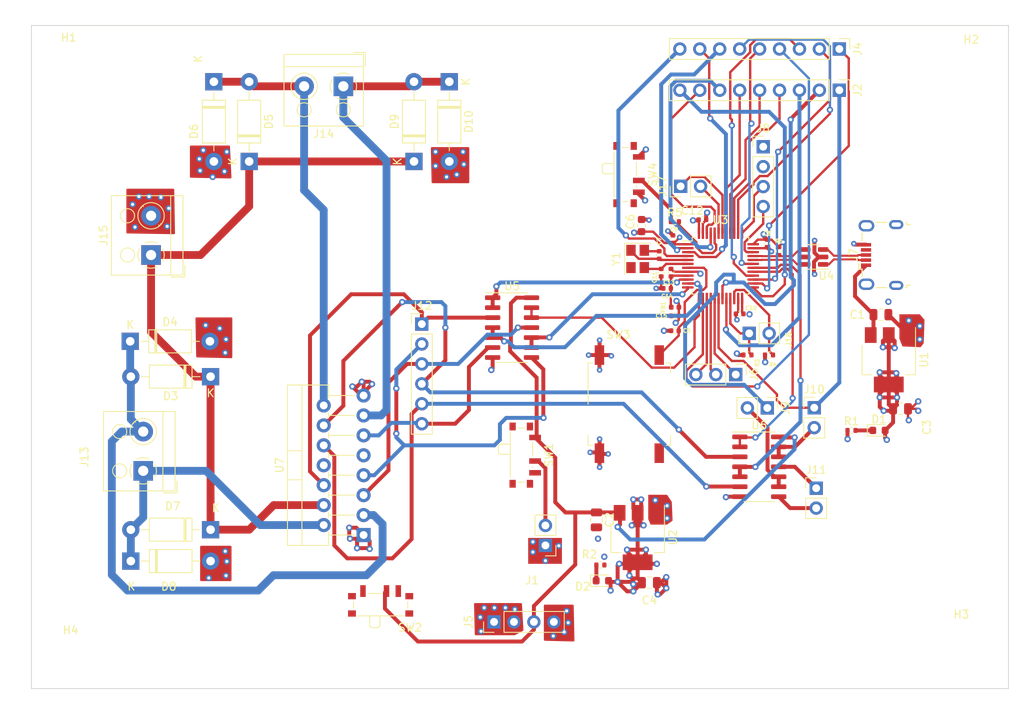
<source format=kicad_pcb>
(kicad_pcb (version 20221018) (generator pcbnew)
  (layers (0 "F.Cu" signal) (1 "In1.Cu" power) (2 "In2.Cu" power) (31 "B.Cu" signal) (34 "B.Paste" user) (35 "F.Paste" user) (36 "B.SilkS" user "B.Silkscreen") (37 "F.SilkS" user "F.Silkscreen") (38 "B.Mask" user) (39 "F.Mask" user) (44 "Edge.Cuts" user))
  (net 0 "")
  (net 1 "VBUS")
  (net 2 "GND")
  (net 3 "+5V")
  (net 4 "+3.3V")
  (net 5 "/NRST")
  (net 6 "/CR_IN")
  (net 7 "/CR_OUT")
  (net 8 "+3.3VA")
  (net 9 "Net-(D1-K)")
  (net 10 "Net-(D2-K)")
  (net 11 "+12V")
  (net 12 "OUT2")
  (net 13 "OUT4")
  (net 14 "OUT1")
  (net 15 "OUT3")
  (net 16 "/VIN")
  (net 17 "PB0")
  (net 18 "PB1")
  (net 19 "PB2")
  (net 20 "PB3")
  (net 21 "PB4")
  (net 22 "PB5")
  (net 23 "PB8")
  (net 24 "PB9")
  (net 25 "PB12")
  (net 26 "/USART1_TX")
  (net 27 "/USART1_RX")
  (net 28 "/I2C2_SCL")
  (net 29 "/I2C2_SDA")
  (net 30 "PB13")
  (net 31 "PB14")
  (net 32 "PB15")
  (net 33 "PA4")
  (net 34 "PA10")
  (net 35 "PA15")
  (net 36 "PC13")
  (net 37 "PC14")
  (net 38 "PC15")
  (net 39 "/SPI1_MOSI")
  (net 40 "/SPI1_MISO")
  (net 41 "/SPI1_SCK")
  (net 42 "/USB_CONN_D-")
  (net 43 "/USB_CONN_D+")
  (net 46 "/SWDCLK")
  (net 47 "/SWDIO")
  (net 48 "Net-(J9-Pin_2)")
  (net 49 "Net-(J10-Pin_2)")
  (net 50 "Net-(J11-Pin_1)")
  (net 51 "Net-(J11-Pin_2)")
  (net 52 "ENA")
  (net 53 "IN1")
  (net 54 "IN2")
  (net 55 "IN3")
  (net 56 "IN4")
  (net 57 "ENB")
  (net 58 "/SW_BOOT0")
  (net 59 "/BOOT0")
  (net 60 "USB_D+")
  (net 62 "Net-(SW2-A)")
  (net 64 "Net-(U3-PA0)")
  (net 65 "Net-(U3-PA1)")
  (net 66 "Net-(U3-PA2)")
  (net 67 "Net-(U3-PA3)")
  (net 68 "U4_1A")
  (net 69 "U4_1B")
  (net 70 "USB_D-")
  (footprint "Package_TO_SOT_SMD:SOT-223-3_TabPin2" (layer "F.Cu") (at 168.75 113.75 -90)
    (fp_text reference "U2")
    (fp_text value "AMS1117-3.3")
  )
  (footprint "Connector_PinHeader_2.54mm:PinHeader_1x03_P2.54mm_Vertical" (layer "F.Cu") (at 181.25 92.985 -90)
    (fp_text reference "J6")
    (fp_text value "Conn_01x03_Pin")
  )
  (footprint "Resistor_SMD:R_0402_1005Metric" (layer "F.Cu") (at 164 117.25 180)
    (fp_text reference "R2")
    (fp_text value "1K5")
  )
  (footprint "Button_Switch_SMD:SW_SPDT_PCM12" (layer "F.Cu") (at 154.25 103.25 -90)
    (fp_text reference "SW1")
    (fp_text value "SW_SPDT")
  )
  (footprint "Connector_PinHeader_2.54mm:PinHeader_1x02_P2.54mm_Vertical" (layer "F.Cu") (at 185.275 97.235 -90)
    (fp_text reference "J9")
    (fp_text value "Conn_01x02_Pin")
  )
  (footprint "Diode_THT:D_DO-41_SOD81_P10.16mm_Horizontal" (layer "F.Cu") (at 104.09 88.75)
    (fp_text reference "D4")
    (fp_text value "1N4007")
  )
  (footprint "Capacitor_SMD:C_0402_1005Metric" (layer "F.Cu") (at 171.75 80 -90)
    (fp_text reference "C11")
    (fp_text value "CALCULATE")
  )
  (footprint "Connector_USB:USB_Micro-B_Wuerth_629105150521" (layer "F.Cu") (at 199.75 77.75 90)
    (fp_text reference "J7")
    (fp_text value "USB_B_Micro")
  )
  (footprint "Capacitor_SMD:C_0402_1005Metric" (layer "F.Cu") (at 171.5 77.75 90)
    (fp_text reference "C7")
    (fp_text value "CALCULATE")
  )
  (footprint "Package_TO_SOT_SMD:SOT-223-3_TabPin2" (layer "F.Cu") (at 200.75 91.1 -90)
    (fp_text reference "U1")
    (fp_text value "AMS1117-3.3")
  )
  (footprint "Resistor_SMD:R_0402_1005Metric" (layer "F.Cu") (at 196 100.1)
    (fp_text reference "R1")
    (fp_text value "1K5")
  )
  (footprint "Connector_PinHeader_2.54mm:PinHeader_1x04_P2.54mm_Vertical" (layer "F.Cu") (at 150.45 124.5 90)
    (fp_text reference "J5")
    (fp_text value "Conn_01x04_Pin")
  )
  (footprint "Resistor_SMD:R_0402_1005Metric" (layer "F.Cu") (at 185.49 90.485)
    (fp_text reference "R4")
    (fp_text value "1K5")
  )
  (footprint "Connector_PinHeader_2.54mm:PinHeader_1x06_P2.54mm_Vertical" (layer "F.Cu") (at 141.25 86.55)
    (fp_text reference "J12")
    (fp_text value "Conn_01x06_Pin")
  )
  (footprint "Diode_THT:D_DO-41_SOD81_P10.16mm_Horizontal" (layer "F.Cu") (at 114.75 55.67 -90)
    (fp_text reference "D6")
    (fp_text value "1N4007")
  )
  (footprint "Resistor_SMD:R_0402_1005Metric" (layer "F.Cu") (at 186.75 77.25 -90)
    (fp_text reference "R6")
    (fp_text value "1K5")
  )
  (footprint "MountingHole:MountingHole_2.2mm_M2" (layer "F.Cu") (at 96.5 128.75)
    (fp_text reference "H4")
    (fp_text value "MountingHole")
  )
  (footprint "Diode_THT:D_DO-41_SOD81_P10.16mm_Horizontal" (layer "F.Cu") (at 119.25 65.83 90)
    (fp_text reference "D5")
    (fp_text value "1N4007")
  )
  (footprint "Diode_THT:D_DO-41_SOD81_P10.16mm_Horizontal" (layer "F.Cu") (at 144.75 55.67 -90)
    (fp_text reference "D10")
    (fp_text value "1N4007")
  )
  (footprint "Capacitor_SMD:C_0603_1608Metric" (layer "F.Cu") (at 169.25 74 90)
    (fp_text reference "C6")
    (fp_text value "10u")
  )
  (footprint "Capacitor_SMD:C_0805_2012Metric" (layer "F.Cu") (at 199.75 85.35)
    (fp_text reference "C1")
    (fp_text value "22u")
  )
  (footprint "Resistor_SMD:R_0402_1005Metric" (layer "F.Cu") (at 173.5 73.5)
    (fp_text reference "R5")
    (fp_text value "10K")
  )
  (footprint "Capacitor_SMD:C_0805_2012Metric" (layer "F.Cu") (at 202.25 97.35)
    (fp_text reference "C3")
    (fp_text value "22u")
  )
  (footprint "Connector_PinHeader_2.54mm:PinHeader_1x09_P2.54mm_Vertical" (layer "F.Cu") (at 194.45 51.5 -90)
    (fp_text reference "J4")
    (fp_text value "Conn_01x09_Pin")
  )
  (footprint "Capacitor_SMD:C_0402_1005Metric" (layer "F.Cu") (at 173.25 75.73 90)
    (fp_text reference "C9")
    (fp_text value "100n")
  )
  (footprint "Diode_THT:D_DO-41_SOD81_P10.16mm_Horizontal" (layer "F.Cu") (at 114.33 93.25 180)
    (fp_text reference "D3")
    (fp_text value "1N4007")
  )
  (footprint "TerminalBlock_RND:TerminalBlock_RND_205-00001_1x02_P5.00mm_Horizontal" (layer "F.Cu") (at 105.75 105.25 90)
    (fp_text reference "J13")
    (fp_text value "Screw_Terminal_01x02")
  )
  (footprint "Button_Switch_SMD:SW_SPDT_PCM12" (layer "F.Cu") (at 167.475 67.5 -90)
    (fp_text reference "SW4")
    (fp_text value "SW_SPDT")
  )
  (footprint "Package_SO:SO-14_3.9x8.65mm_P1.27mm" (layer "F.Cu") (at 152.75 87)
    (fp_text reference "U5")
    (fp_text value "SN74HCT08N")
  )
  (footprint "MountingHole:MountingHole_2.2mm_M2" (layer "F.Cu") (at 96.25 53.25)
    (fp_text reference "H1")
    (fp_text value "MountingHole")
  )
  (footprint "Button_Switch_SMD:SW_SPDT_PCM12" (layer "F.Cu") (at 136 122)
    (fp_text reference "SW2")
    (fp_text value "SW_SPDT")
  )
  (footprint "Capacitor_SMD:C_0805_2012Metric" (layer "F.Cu") (at 170.25 119.5)
    (fp_text reference "C4")
    (fp_text value "22u")
  )
  (footprint "Capacitor_SMD:C_0402_1005Metric" (layer "F.Cu") (at 177 73.25)
    (fp_text reference "C12")
    (fp_text value "100n")
  )
  (footprint "LED_SMD:LED_0603_1608Metric" (layer "F.Cu") (at 164.25 119.25)
    (fp_text reference "D2")
    (fp_text value "LED")
  )
  (footprint "Diode_THT:D_DO-41_SOD81_P10.16mm_Horizontal" (layer "F.Cu") (at 114.33 112.75 180)
    (fp_text reference "D7")
    (fp_text value "1N4007")
  )
  (footprint "Button_Switch_SMD:SW_MEC_5GSH9" (layer "F.Cu") (at 167.69 96.75)
    (fp_text reference "SW3")
    (fp_text value "SW_MEC_5G")
  )
  (footprint "Inductor_SMD:L_0402_1005Metric" (layer "F.Cu") (at 173.515 84.4)
    (fp_text reference "FB1")
    (fp_text value "120R")
  )
  (footprint "TerminalBlock_RND:TerminalBlock_RND_205-00001_1x02_P5.00mm_Horizontal" (layer "F.Cu") (at 106.75 77.75 90)
    (fp_text reference "J15")
    (fp_text value "Screw_Terminal_01x02")
  )
  (footprint "TerminalBlock_RND:TerminalBlock_RND_205-00001_1x02_P5.00mm_Horizontal" (layer "F.Cu") (at 131.25 56.25 180)
    (fp_text reference "J14")
    (fp_text value "Screw_Terminal_01x02")
  )
  (footprint "Connector_PinHeader_2.54mm:PinHeader_1x02_P2.54mm_Vertical" (layer "F.Cu") (at 182.965 87.735 90)
    (fp_text reference "J16")
    (fp_text value "Conn_01x02_Pin")
  )
  (footprint "Package_QFP:LQFP-48_7x7mm_P0.5mm" (layer "F.Cu") (at 179.31 79.13)
    (fp_text reference "U3")
    (fp_text value "STM32F103C8T6")
  )
  (footprint "Package_TO_SOT_SMD:SOT-23-6" (layer "F.Cu") (at 191.25 78 180)
    (fp_text reference "U4")
    (fp_text value "USBLC6-2SC6")
  )
  (footprint "Capacitor_SMD:C_0805_2012Metric" (layer "F.Cu") (at 163.5 111.5 -90)
    (fp_text reference "C2")
    (fp_text value "22u")
  )
  (footprint "Capacitor_SMD:C_0402_1005Metric" (layer "F.Cu") (at 173 80 90)
    (fp_text reference "C13")
    (fp_text value "100n")
  )
  (footprint "Capacitor_SMD:C_0402_1005Metric" (layer "F.Cu") (at 173.5 87.4 180)
    (fp_text reference "C5")
    (fp_text value "100n")
  )
  (footprint "Connector_PinHeader_2.54mm:PinHeader_1x02_P2.54mm_Vertical" (layer "F.Cu") (at 191.25 97.21)
    (fp_text reference "J10")
    (fp_text value "Conn_01x02_Pin")
  )
  (footprint "Connector_PinHeader_2.54mm:PinHeader_1x02_P2.54mm_Vertical" (layer "F.Cu") (at 174.225 69 90)
    (fp_text reference "J17")
    (fp_text value "Conn_01x02_Pin")
  )
  (footprint "MountingHole:MountingHole_2.2mm_M2" (layer "F.Cu") (at 210 126.75)
    (fp_text reference "H3")
    (fp_text value "MountingHole")
  )
  (footprint "Diode_THT:D_DO-41_SOD81_P10.16mm_Horizontal" (layer "F.Cu") (at 140.25 65.83 90)
    (fp_text reference "D9")
    (fp_text value "1N4007")
  )
  (footprint "MountingHole:MountingHole_2.2mm_M2" (layer "F.Cu") (at 211.25 53.5)
    (fp_text reference "H2")
    (fp_text value "MountingHole")
  )
  (footprint "Connector_PinHeader_2.54mm:PinHeader_1x04_P2.54mm_Vertical" (layer "F.Cu") (at 184.75 63.95)
    (fp_text reference "J8")
    (fp_text value "Conn_01x04_Pin")
  )
  (footprint "Capacitor_SMD:C_0402_1005Metric" (layer "F.Cu") (at 173.5 85.5 180)
    (fp_text reference "C15")
    (fp_text value "1u")
  )
  (footprint "Package_SO:SO-14_3.9x8.65mm_P1.27mm" (layer "F.Cu") (at 184.25 104.735)
    (fp_text reference "U6")
    (fp_text value "SN74HCT08N")
  )
  (footprint "Diode_THT:D_DO-41_SOD81_P10.16mm_Horizontal" (layer "F.Cu") (at 104.17 116.75)
    (fp_text reference "D8")
    (fp_text value "1N4007")
  )
  (footprint "Resistor_SMD:R_0402_1005Metric" (layer "F.Cu") (at 182.74 90.485)
    (fp_text reference "R3")
    (fp_text value "1K5")
  )
  (footprint "Capacitor_SMD:C_0402_1005Metric" (layer "F.Cu") (at 181.75 85.25 180)
    (fp_text reference "C10")
    (fp_text value "100n")
  )
  (footprint "Capacitor_SMD:C_0402_1005Metric" (layer "F.Cu") (at 172.5 82 180)
    (fp_text reference "C14")
    (fp_text value "1u")
  )
  (footprint "Connector_PinHeader_2.54mm:PinHeader_1x09_P2.54mm_Vertical" (layer "F.Cu") (at 194.45 56.75 -90)
    (fp_text reference "J2")
    (fp_text value "Conn_01x09_Pin")
  )
  (footprint "Crystal:Crystal_SMD_3225-4Pin_3.2x2.5mm" (layer "F.Cu") (at 168.75 78.25 -90)
    (fp_text reference "Y1")
    (fp_text value "16MHz")
  )
  (footprint "Package_TO_SOT_THT:TO-220-15_P2.54x2.54mm_StaggerOdd_Lead4.58mm_Vertical" (layer "F.Cu") (at 133.83 113.43 90)
    (fp_text reference "U7")
    (fp_text value "L298N")
  )
  (footprint "Capacitor_SMD:C_0402_1005Metric" (layer "F.Cu") (at 185.25 76.27 -90)
    (fp_text reference "C8")
    (fp_text value "100n")
  )
  (footprint "Connector_PinHeader_2.54mm:PinHeader_1x02_P2.54mm_Vertical" (layer "F.Cu") (at 157 114.75 180)
    (fp_text reference "J1")
    (fp_text value "Conn_01x02_Pin")
  )
  (footprint "Connector_PinHeader_2.54mm:PinHeader_1x02_P2.54mm_Vertical" (layer "F.Cu") (at 191.5 107.46)
    (fp_text reference "J11")
    (fp_text value "Conn_01x02_Pin")
  )
  (footprint "LED_SMD:LED_0603_1608Metric" (layer "F.Cu") (at 199.5 100.1)
    (fp_text reference "D1")
    (fp_text value "LED")
  )
  (gr_line (start 216 133) (end 91.5 133) (stroke (width 0.1)) (layer "Edge.Cuts"))
  (gr_line (start 91.5 48.5) (end 95.5 48.5) (stroke (width 0.1)) (layer "Edge.Cuts"))
  (gr_line (start 95.5 48.5) (end 216 48.5) (stroke (width 0.1)) (layer "Edge.Cuts"))
  (gr_line (start 91.5 133) (end 91.5 48.5) (stroke (width 0.1)) (layer "Edge.Cuts"))
  (gr_line (start 216 48.5) (end 216 133) (stroke (width 0.1)) (layer "Edge.Cuts"))
  (segment (start 198.8 85.35) (end 196.45 83) (width 0.5) (layer "F.Cu") (net 1))
  (segment (start 196.45 83) (end 196.45 80.475) (width 0.5) (layer "F.Cu") (net 1))
  (segment (start 198.8 85.35) (end 198.8 87.6) (width 0.5) (layer "F.Cu") (net 1))
  (segment (start 196.45 80.475) (end 197.85 79.075) (width 0.5) (layer "F.Cu") (net 1))
  (segment (start 198.8 87.6) (end 198.45 87.95) (width 0.5) (layer "F.Cu") (net 1))
  (segment (start 133.83 95.65) (end 133.83 94.13) (width 0.5) (layer "F.Cu") (net 2))
  (segment (start 171.75 81.73) (end 172.02 82) (width 0.3) (layer "F.Cu") (net 2))
  (segment (start 203.2 98.7) (end 203.3 98.8) (width 0.3) (layer "F.Cu") (net 2))
  (segment (start 177.48 73.292965) (end 177.48 73.25) (width 0.3) (layer "F.Cu") (net 2))
  (segment (start 163.78 102.9) (end 163.88 103) (width 0.5) (layer "F.Cu") (net 2))
  (segment (start 177.48 73.25) (end 177.48 72.4695) (width 0.5) (layer "F.Cu") (net 2))
  (segment (start 171.5 77.27) (end 169.72 77.27) (width 0.3) (layer "F.Cu") (net 2))
  (segment (start 171.2 119.5) (end 171.2 120.9) (width 0.5) (layer "F.Cu") (net 2))
  (segment (start 133.55 95.65) (end 132.4 94.5) (width 0.5) (layer "F.Cu") (net 2))
  (segment (start 171.75 80.48) (end 171.75 81.73) (width 0.3) (layer "F.Cu") (net 2))
  (segment (start 163.9 102.98) (end 163.88 103) (width 0.5) (layer "F.Cu") (net 2))
  (segment (start 173.02 87.4) (end 172.1 87.4) (width 0.5) (layer "F.Cu") (net 2))
  (segment (start 171.2 119.5) (end 171.7 119.5) (width 0.5) (layer "F.Cu") (net 2))
  (segment (start 132 113.8) (end 132.1 113.9) (width 0.5) (layer "F.Cu") (net 2))
  (segment (start 163.9 88.6) (end 163.9 90.48) (width 0.5) (layer "F.Cu") (net 2))
  (segment (start 181.56 83.2925) (end 181.56 84.96) (width 0.3) (layer "F.Cu") (net 2))
  (segment (start 203.05 87.7) (end 203.05 87.95) (width 0.5) (layer "F.Cu") (net 2))
  (segment (start 191.225 78.601472) (end 191.225 80.125) (width 0.5) (layer "F.Cu") (net 2))
  (segment (start 181.56 84.96) (end 181.27 85.25) (width 0.3) (layer "F.Cu") (net 2))
  (segment (start 203.2 97.35) (end 203.2 98.7) (width 0.3) (layer "F.Cu") (net 2))
  (segment (start 133.83 94.13) (end 133.6 93.9) (width 0.5) (layer "F.Cu") (net 2))
  (segment (start 163.9 101.2) (end 163.9 102.98) (width 0.5) (layer "F.Cu") (net 2))
  (segment (start 133 114.26) (end 133.83 113.43) (width 0.5) (layer "F.Cu") (net 2))
  (segment (start 192.3875 78) (end 191.826472 78) (width 0.5) (layer "F.Cu") (net 2))
  (segment (start 163.9 103.02) (end 163.88 103) (width 0.5) (layer "F.Cu") (net 2))
  (segment (start 172.4 120.2) (end 172.4 118.8) (width 0.5) (layer "F.Cu") (net 2))
  (segment (start 172.02 82) (end 171.1 82) (width 0.5) (layer "F.Cu") (net 2))
  (segment (start 132.9 112.5) (end 133.83 113.43) (width 0.5) (layer "F.Cu") (net 2))
  (segment (start 163.88 90.5) (end 163.88 92.38) (width 0.5) (layer "F.Cu") (net 2))
  (segment (start 203.2 97.35) (end 204.25 97.35) (width 0.3) (layer "F.Cu") (net 2))
  (segment (start 133.83 95.65) (end 133.83 95.27) (width 0.5) (layer "F.Cu") (net 2))
  (segment (start 177.06 73.712965) (end 177.48 73.292965) (width 0.3) (layer "F.Cu") (net 2))
  (segment (start 150.275 90.81) (end 150.275 92.225) (width 0.5) (layer "F.Cu") (net 2))
  (segment (start 168.905 65.195) (end 169.8 64.3) (width 0.5) (layer "F.Cu") (net 2))
  (segment (start 191.3 75.9) (end 191.275 75.925) (width 0.5) (layer "F.Cu") (net 2))
  (segment (start 132 112.5) (end 132.9 112.5) (width 0.5) (layer "F.Cu") (net 2))
  (segment (start 132.4 94.5) (end 133 94.5) (width 0.5) (layer "F.Cu") (net 2))
  (segment (start 196.3 76.3) (end 196.425 76.425) (width 0.5) (layer "F.Cu") (net 2))
  (segment (start 169.72 77.27) (end 169.6 77.15) (width 0.3) (layer "F.Cu") (net 2))
  (segment (start 165.3 90.5) (end 165.4 90.6) (width 0.5) (layer "F.Cu") (net 2))
  (segment (start 171.7 119.5) (end 172.4 120.2) (width 0.5) (layer "F.Cu") (net 2))
  (segment (start 171.2 120.9) (end 171.3 121) (width 0.5) (layer "F.Cu") (net 2))
  (segment (start 163.98 103.1) (end 163.88 103) (width 0.5) (layer "F.Cu") (net 2))
  (segment (start 165 103.1) (end 163.98 103.1) (width 0.5) (layer "F.Cu") (net 2))
  (segment (start 133 94.5) (end 133.6 93.9) (width 0.5) (layer "F.Cu") (net 2))
  (segment (start 134.5 115.1) (end 134.6 115.2) (width 0.5) (layer "F.Cu") (net 2))
  (segment (start 150.275 92.225) (end 150.1 92.4) (width 0.5) (layer "F.Cu") (net 2))
  (segment (start 170.125 73.225) (end 170.2 73.3) (width 0.5) (layer "F.Cu") (net 2))
  (segment (start 163.88 90.5) (end 165.3 90.5) (width 0.5) (layer "F.Cu") (net 2))
  (segment (start 168.905 65.25) (end 168.905 65.195) (width 0.5) (layer "F.Cu") (net 2))
  (segment (start 163.88 92.38) (end 163.9 92.4) (width 0.5) (layer "F.Cu") (net 2))
  (segment (start 134.6 114.2) (end 133.83 113.43) (width 0.5) (layer "F.Cu") (net 2))
  (segment (start 169.25 73.225) (end 170.125 73.225) (width 0.5) (layer "F.Cu") (net 2))
  (segment (start 173.36 79.88) (end 173 79.52) (width 0.3) (layer "F.Cu") (net 2))
  (segment (start 133.6 93.9) (end 134.6 93.9) (width 0.5) (layer "F.Cu") (net 2))
  (segment (start 171.3 121) (end 171.6 121) (width 0.5) (layer "F.Cu") (net 2))
  (segment (start 162.5 90.5) (end 163.88 90.5) (width 0.5) (layer "F.Cu") (net 2))
  (segment (start 133 115.1) (end 133 114.26) (width 0.5) (layer "F.Cu") (net 2))
  (segment (start 191.826472 78) (end 191.225 78.601472) (width 0.5) (layer "F.Cu") (net 2))
  (segment (start 171.7 119.5) (end 172.4 118.8) (width 0.5) (layer "F.Cu") (net 2))
  (segment (start 133.83 95.65) (end 133.55 95.65) (width 0.5) (layer "F.Cu") (net 2))
  (segment (start 203.2 97.35) (end 203.55 97.35) (width 0.3) (layer "F.Cu") (net 2))
  (segment (start 181.775 108.545) (end 180.055 108.545) (width 0.5) (layer "F.Cu") (net 2))
  (segment (start 185.12 76.88) (end 185.25 76.75) (width 0.3) (layer "F.Cu") (net 2))
  (segment (start 133.36 113.9) (end 133.83 113.43) (width 0.5) (layer "F.Cu") (net 2))
  (segment (start 176.501 79.88) (end 176.7505 80.1295) (width 0.3) (layer "F.Cu") (net 2))
  (segment (start 181.27 85.25) (end 181.27 85.87) (width 0.3) (layer "F.Cu") (net 2))
  (segment (start 191.225 80.125) (end 191.3 80.2) (width 0.5) (layer "F.Cu") (net 2))
  (segment (start 134.6 93.9) (end 134.9 94.2) (width 0.5) (layer "F.Cu") (net 2))
  (segment (start 181.27 85.87) (end 181.4 86) (width 0.3) (layer "F.Cu") (net 2))
  (segment (start 162.7 102.9) (end 163.78 102.9) (width 0.5) (layer "F.Cu") (net 2))
  (segment (start 132 112.5) (end 132 113.8) (width 0.5) (layer "F.Cu") (net 2))
  (segment (start 134.6 115.2) (end 134.6 114.2) (width 0.5) (layer "F.Cu") (net 2))
  (segment (start 191.275 75.925) (end 191.275 77.448528) (width 0.5) (layer "F.Cu") (net 2))
  (segment (start 183.4725 76.88) (end 185.12 76.88) (width 0.3) (layer "F.Cu") (net 2))
  (segment (start 195.49 101.19) (end 195.5 101.2) (width 0.5) (layer "F.Cu") (net 2))
  (segment (start 180.055 108.545) (end 180 108.6) (width 0.5) (layer "F.Cu") (net 2))
  (segment (start 133.83 95.27) (end 134.9 94.2) (width 0.5) (layer "F.Cu") (net 2))
  (segment (start 163.9 90.48) (end 163.88 90.5) (width 0.5) (layer "F.Cu") (net 2))
  (segment (start 191.275 77.448528) (end 191.826472 78) (width 0.5) (layer "F.Cu") (net 2))
  (segment (start 175.1475 79.88) (end 176.501 79.88) (width 0.3) (layer "F.Cu") (net 2))
  (segment (start 203.55 97.35) (end 204.5 96.4) (width 0.3) (layer "F.Cu") (net 2))
  (segment (start 195.49 100.1) (end 195.49 101.19) (width 0.5) (layer "F.Cu") (net 2))
  (segment (start 171.6 121) (end 172.4 120.2) (width 0.5) (layer "F.Cu") (net 2))
  (segment (start 204.25 97.35) (end 204.5 97.6) (width 0.3) (layer "F.Cu") (net 2))
  (segment (start 172.7 74.7) (end 173.25 75.25) (width 0.5) (layer "F.Cu") (net 2))
  (segment (start 200.7 85.35) (end 203.05 87.7) (width 0.5) (layer "F.Cu") (net 2))
  (segment (start 132.1 113.9) (end 133.36 113.9) (width 0.5) (layer "F.Cu") (net 2))
  (segment (start 177.48 72.4695) (end 177.6 72.3495) (width 0.3) (layer "F.Cu") (net 2))
  (segment (start 133 115.1) (end 134.5 115.1) (width 0.5) (layer "F.Cu") (net 2))
  (segment (start 175.1475 79.88) (end 173.36 79.88) (width 0.3) (layer "F.Cu") (net 2))
  (segment (start 172.6 74.7) (end 172.7 74.7) (width 0.5) (layer "F.Cu") (net 2))
  (segment (start 163.9 104.8) (end 163.9 103.02) (width 0.5) (layer "F.Cu") (net 2))
  (segment (start 185.25 76.75) (end 185.8 77.3) (width 0.5) (layer "F.Cu") (net 2))
  (segment (start 177.06 74.9675) (end 177.06 73.712965) (width 0.3) (layer "F.Cu") (net 2))
  (segment (start 196.425 76.425) (end 197.85 76.425) (width 0.5) (layer "F.Cu") (net 2))
  (via (at 133.6 93.9) (size 0.8) (drill 0.4) (layers "F.Cu" "B.Cu") (net 2))
  (via (at 145.7 67.5) (size 0.8) (drill 0.4) (layers "F.Cu" "B.Cu") (net 2))
  (via (at 108 70.4) (size 0.8) (drill 0.4) (layers "F.Cu" "B.Cu") (net 2))
  (via (at 191.3 75.9) (size 0.7) (drill 0.3) (layers "F.Cu" "B.Cu") (net 2))
  (via (at 195.5 101.2) (size 0.8) (drill 0.4) (layers "F.Cu" "B.Cu") (net 2))
  (via (at 200.7 83.7) (size 0.8) (drill 0.4) (layers "F.Cu" "B.Cu") (net 2))
  (via (at 104.7 74.2) (size 0.8) (drill 0.4) (layers "F.Cu" "B.Cu") (net 2))
  (via (at 204.5 97.6) (size 0.8) (drill 0.4) (layers "F.Cu" "B.Cu") (net 2))
  (via (at 133 115.1) (size 0.8) (drill 0.4) (layers "F.Cu" "B.Cu") (net 2))
  (via (at 143 66.4) (size 0.8) (drill 0.4) (layers "F.Cu" "B.Cu") (net 2))
  (via (at 162.7 102.9) (size 0.7) (drill 0.3) (layers "F.Cu" "B.Cu") (net 2))
  (via (at 149.2 122.7) (size 0.8) (drill 0.4) (layers "F.Cu" "B.Cu") (net 2))
  (via (at 172.5 109.7) (size 0.8) (drill 0.4) (layers "F.Cu" "B.Cu") (net 2))
  (via (at 151.9 122.7) (size 0.8) (drill 0.4) (layers "F.Cu" "B.Cu") (net 2))
  (via (at 143 64.6) (size 0.8) (drill 0.4) (layers "F.Cu" "B.Cu") (net 2))
  (via (at 163.9 101.2) (size 0.7) (drill 0.3) (layers "F.Cu" "B.Cu") (net 2))
  (via (at 172.1 87.4) (size 0.8) (drill 0.4) (layers "F.Cu" "B.Cu") (net 2))
  (via (at 113.4 64.4) (size 0.8) (drill 0.4) (layers "F.Cu" "B.Cu") (net 2))
  (via (at 163.9 92.4) (size 0.7) (drill 0.3) (layers "F.Cu" "B.Cu") (net 2))
  (via (at 163.9 88.6) (size 0.7) (drill 0.3) (layers "F.Cu" "B.Cu") (net 2))
  (via (at 204.7 88.5) (size 0.8) (drill 0.4) (layers "F.Cu" "B.Cu") (net 2))
  (via (at 113 67) (size 0.8) (drill 0.4) (layers "F.Cu" "B.Cu") (net 2))
  (via (at 157 116.7) (size 0.8) (drill 0.4) (layers "F.Cu" "B.Cu") (net 2))
  (via (at 153.1 122.9) (size 0.8) (drill 0.4) (layers "F.Cu" "B.Cu") (net 2))
  (via (at 177.6 72.3495) (size 0.8) (drill 0.4) (layers "F.Cu" "B.Cu") (net 2))
  (via (at 148.7 123.9) (size 0.8) (drill 0.4) (layers "F.Cu" "B.Cu") (net 2))
  (via (at 203.3 86.1) (size 0.8) (drill 0.4) (layers "F.Cu" "B.Cu") (net 2))
  (via (at 132 112.5) (size 0.8) (drill 0.4) (layers "F.Cu" "B.Cu") (net 2))
  (via (at 181.4 86) (size 0.7) (drill 0.3) (layers "F.Cu" "B.Cu") (net 2))
  (via (at 150.5 122.7) (size 0.8) (drill 0.4) (layers "F.Cu" "B.Cu") (net 2))
  (via (at 171 109) (size 0.8) (drill 0.4) (layers "F.Cu" "B.Cu") (net 2))
  (via (at 185.8 77.3) (size 0.7) (drill 0.3) (layers "F.Cu" "B.Cu") (net 2))
  (via (at 132.4 94.5) (size 0.8) (drill 0.4) (layers "F.Cu" "B.Cu") (net 2))
  (via (at 172.5 111.3) (size 0.8) (drill 0.4) (layers "F.Cu" "B.Cu") (net 2))
  (via (at 106.5 70.3) (size 0.8) (drill 0.4) (layers "F.Cu" "B.Cu") (net 2))
  (via (at 114.6 67.8) (size 0.8) (drill 0.4) (layers "F.Cu" "B.Cu") (net 2))
  (via (at 171.3 121) (size 0.8) (drill 0.4) (layers "F.Cu" "B.Cu") (net 2))
  (via (at 191.3 80.2) (size 0.7) (drill 0.3) (layers "F.Cu" "B.Cu") (net 2))
  (via (at 169.8 64.3) (size 0.8) (drill 0.4) (layers "F.Cu" "B.Cu") (net 2))
  (via (at 170.2 73.3) (size 0.7) (drill 0.3) (layers "F.Cu" "B.Cu") (net 2))
  (via (at 155.4 114.3) (size 0.8) (drill 0.4) (layers "F.Cu" "B.Cu") (net 2))
  (via (at 146.5 64.6) (size 0.8) (drill 0.4) (layers "F.Cu" "B.Cu") (net 2))
  (via (at 105.2 70.3) (size 0.8) (drill 0.4) (layers "F.Cu" "B.Cu") (net 2))
  (via (at 172.4 118.8) (size 0.8) (drill 0.4) (layers "F.Cu" "B.Cu") (net 2))
  (via (at 104.4 71.3) (size 0.8) (drill 0.4) (layers "F.Cu" "B.Cu") (net 2))
  (via (at 165.4 90.6) (size 0.7) (drill 0.3) (layers "F.Cu" "B.Cu") (net 2))
  (via (at 172.6 74.7) (size 0.7) (drill 0.3) (layers "F.Cu" "B.Cu") (net 2))
  (via (at 114.1 118.9) (size 0.8) (drill 0.4) (layers "F.Cu" "B.Cu") (net 2))
  (via (at 144.4 67.8) (size 0.8) (drill 0.4) (layers "F.Cu" "B.Cu") (net 2))
  (via (at 116.2 115.5) (size 0.8) (drill 0.4) (layers "F.Cu" "B.Cu") (net 2))
  (via (at 203.3 98.8) (size 0.8) (drill 0.4) (layers "F.Cu" "B.Cu") (net 2))
  (via (at 204.5 96.4) (size 0.8) (drill 0.4) (layers "F.Cu" "B.Cu") (net 2))
  (via (at 163.9 104.8) (size 0.7) (drill 0.3) (layers "F.Cu" "B.Cu") (net 2))
  (via (at 116.4 64.6) (size 0.8) (drill 0.4) (layers "F.Cu" "B.Cu") (net 2))
  (via (at 163.7 113.9) (size 0.8) (drill 0.4) (layers "F.Cu" "B.Cu") (net 2))
  (via (at 134.6 115.2) (size 0.8) (drill 0.4) (layers "F.Cu" "B.Cu") (net 2))
  (via (at 180 108.6) (size 0.8) (drill 0.4) (layers "F.Cu" "B.Cu") (net 2))
  (via (at 172.4 120.2) (size 0.8) (drill 0.4) (layers "F.Cu" "B.Cu") (net 2))
  (via (at 116.1 67.1) (size 0.8) (drill 0.4) (layers "F.Cu" "B.Cu") (net 2))
  (via (at 108.8 74.1) (size 0.8) (drill 0.4) (layers "F.Cu" "B.Cu") (net 2))
  (via (at 150.1 92.4) (size 0.8) (drill 0.4) (layers "F.Cu" "B.Cu") (net 2))
  (via (at 155.4 115.6) (size 0.8) (drill 0.4) (layers "F.Cu" "B.Cu") (net 2))
  (via (at 132.1 113.9) (size 0.8) (drill 0.4) (layers "F.Cu" "B.Cu") (net 2))
  (via (at 115.5 87.1) (size 0.8) (drill 0.4) (layers "F.Cu" "B.Cu") (net 2))
  (via (at 158.7 114.8) (size 0.8) (drill 0.4) (layers "F.Cu" "B.Cu") (net 2))
  (via (at 176.7505 80.1295) (size 0.8) (drill 0.4) (layers "F.Cu" "B.Cu") (net 2))
  (via (at 171.1 82) (size 0.7) (drill 0.3) (layers "F.Cu" "B.Cu") (net 2))
  (via (at 113.7 86.7) (size 0.8) (drill 0.4) (layers "F.Cu" "B.Cu") (net 2))
  (via (at 116.4 116.8) (size 0.8) (drill 0.4) (layers "F.Cu" "B.Cu") (net 2))
  (via (at 109 71.8) (size 0.8) (drill 0.4) (layers "F.Cu" "B.Cu") (net 2))
  (via (at 112.9 65.5) (size 0.8) (drill 0.4) (layers "F.Cu" "B.Cu") (net 2))
  (via (at 196.3 76.3) (size 0.7) (drill 0.3) (layers "F.Cu" "B.Cu") (net 2))
  (via (at 116.3 88.5) (size 0.8) (drill 0.4) (layers "F.Cu" "B.Cu") (net 2))
  (via (at 146.6 66.2) (size 0.8) (drill 0.4) (layers "F.Cu" "B.Cu") (net 2))
  (via (at 116.3 118.6) (size 0.8) (drill 0.4) (layers "F.Cu" "B.Cu") (net 2))
  (via (at 134.9 94.2) (size 0.8) (drill 0.4) (layers "F.Cu" "B.Cu") (net 2))
  (via (at 116.2 90.2) (size 0.8) (drill 0.4) (layers "F.Cu" "B.Cu") (net 2))
  (via (at 164.5 116.2) (size 0.8) (drill 0.4) (layers "F.Cu" "B.Cu") (net 2))
  (via (at 204.7 86.8) (size 0.8) (drill 0.4) (layers "F.Cu" "B.Cu") (net 2))
  (via (at 162.5 90.5) (size 0.7) (drill 0.3) (layers "F.Cu" "B.Cu") (net 2))
  (via (at 148.8 125.7) (size 0.8) (drill 0.4) (layers "F.Cu" "B.Cu") (net 2))
  (via (at 165 103.1) (size 0.7) (drill 0.3) (layers "F.Cu" "B.Cu") (net 2))
  (segment (start 140.75 127) (end 154.015 127) (width 0.5) (layer "F.Cu") (net 3))
  (segment (start 155.88 100.8) (end 155.88 93.38) (width 0.5) (layer "F.Cu") (net 3))
  (segment (start 166.2 112.4) (end 166.5 112.1) (width 0.5) (layer "F.Cu") (net 3))
  (segment (start 152.6 89.102082) (end 152.6 83.9) (width 0.5) (layer "F.Cu") (net 3))
  (segment (start 158.25 103.57) (end 158.25 109.25) (width 0.5) (layer "F.Cu") (net 3))
  (segment (start 152.5 89.202082) (end 152.6 89.102082) (width 0.5) (layer "F.Cu") (net 3))
  (segment (start 155.53 122.47) (end 155.53 124.5) (width 0.5) (layer "F.Cu") (net 3))
  (segment (start 155.53 125.485) (end 155.53 124.5) (width 0.5) (layer "F.Cu") (net 3))
  (segment (start 166.5 112.1) (end 166.5 110.9) (width 0.5) (layer "F.Cu") (net 3))
  (segment (start 155.68 101) (end 155.88 100.8) (width 0.5) (layer "F.Cu") (net 3))
  (segment (start 152.5 90) (end 152.5 89.202082) (width 0.5) (layer "F.Cu") (net 3))
  (segment (start 158.25 109.25) (end 159.55 110.55) (width 0.5) (layer "F.Cu") (net 3))
  (segment (start 166.5 110.9) (end 166.45 110.85) (width 0.5) (layer "F.Cu") (net 3))
  (segment (start 160.8 110.55) (end 160.8 117.2) (width 0.5) (layer "F.Cu") (net 3))
  (segment (start 186.8 101) (end 186.725 100.925) (width 0.5) (layer "F.Cu") (net 3))
  (segment (start 163.5 110.55) (end 166.4 110.55) (width 0.5) (layer "F.Cu") (net 3))
  (segment (start 188.75 101) (end 186.8 101) (width 0.5) (layer "F.Cu") (net 3))
  (segment (start 152.6 83.9) (end 153.31 83.19) (width 0.5) (layer "F.Cu") (net 3))
  (segment (start 153.31 83.19) (end 155.225 83.19) (width 0.5) (layer "F.Cu") (net 3))
  (segment (start 154.015 127) (end 155.53 125.485) (width 0.5) (layer "F.Cu") (net 3))
  (segment (start 136.55 120.77) (end 136.55 122.8) (width 0.5) (layer "F.Cu") (net 3))
  (segment (start 136.75 120.57) (end 136.55 120.77) (width 0.5) (layer "F.Cu") (net 3))
  (segment (start 155.68 101) (end 158.25 103.57) (width 0.5) (layer "F.Cu") (net 3))
  (segment (start 166.4 110.55) (end 166.45 110.6) (width 0.5) (layer "F.Cu") (net 3))
  (segment (start 136.55 122.8) (end 140.75 127) (width 0.5) (layer "F.Cu") (net 3))
  (segment (start 159.55 110.55) (end 160.8 110.55) (width 0.5) (layer "F.Cu") (net 3))
  (segment (start 166.45 110.85) (end 166.45 110.6) (width 0.5) (layer "F.Cu") (net 3))
  (segment (start 159.55 110.55) (end 163.5 110.55) (width 0.5) (layer "F.Cu") (net 3))
  (segment (start 160.8 117.2) (end 155.53 122.47) (width 0.5) (layer "F.Cu") (net 3))
  (segment (start 155.88 93.38) (end 152.5 90) (width 0.5) (layer "F.Cu") (net 3))
  (via (at 166.2 112.4) (size 0.8) (drill 0.4) (layers "F.Cu" "B.Cu") (net 3))
  (via (at 188.75 101) (size 0.8) (drill 0.4) (layers "F.Cu" "B.Cu") (net 3))
  (segment (start 167.8 114) (end 177.25 114) (width 0.5) (layer "B.Cu") (net 3))
  (segment (start 166.2 112.4) (end 167.8 114) (width 0.5) (layer "B.Cu") (net 3))
  (segment (start 188.75 102.5) (end 188.75 101) (width 0.5) (layer "B.Cu") (net 3))
  (segment (start 177.25 114) (end 188.75 102.5) (width 0.5) (layer "B.Cu") (net 3))
  (segment (start 175.80258 73.3395) (end 176.4305 73.3395) (width 0.5) (layer "F.Cu") (net 4))
  (segment (start 166.2 119.4) (end 165.1875 119.4) (width 0.5) (layer "F.Cu") (net 4))
  (segment (start 168.75 116.9) (end 167.7 116.9) (width 0.5) (layer "F.Cu") (net 4))
  (segment (start 168.75 118.95) (end 169.3 119.5) (width 0.5) (layer "F.Cu") (net 4))
  (segment (start 200.75 87.95) (end 200.75 94.25) (width 0.5) (layer "F.Cu") (net 4))
  (segment (start 184.8 75.34) (end 185.25 75.79) (width 0.5) (layer "F.Cu") (net 4))
  (segment (start 201.8 95.9) (end 201.8 95.3) (width 0.5) (layer "F.Cu") (net 4))
  (segment (start 174 84.4) (end 174 85.48) (width 0.3) (layer "F.Cu") (net 4))
  (segment (start 201.05 97.6) (end 201.3 97.35) (width 0.5) (layer "F.Cu") (net 4))
  (segment (start 200.75 94.25) (end 200.75 96.8) (width 0.5) (layer "F.Cu") (net 4))
  (segment (start 184.98 91.38) (end 185 91.4) (width 0.5) (layer "F.Cu") (net 4))
  (segment (start 199.6 93.1) (end 200.75 94.25) (width 0.5) (layer "F.Cu") (net 4))
  (segment (start 167.4 115.3) (end 167.4 115.55) (width 0.5) (layer "F.Cu") (net 4))
  (segment (start 201.6 92.7) (end 201.7 92.8) (width 0.5) (layer "F.Cu") (net 4))
  (segment (start 201.8 96.85) (end 201.3 97.35) (width 0.5) (layer "F.Cu") (net 4))
  (segment (start 201.7 93.3) (end 200.75 94.25) (width 0.5) (layer "F.Cu") (net 4))
  (segment (start 173.25 76.21) (end 173.39 76.21) (width 0.3) (layer "F.Cu") (net 4))
  (segment (start 167.9 119.4) (end 168.2 119.7) (width 0.5) (layer "F.Cu") (net 4))
  (segment (start 199.6 92.7) (end 199.6 93.1) (width 0.5) (layer "F.Cu") (net 4))
  (segment (start 201.7 92.8) (end 201.7 93.3) (width 0.5) (layer "F.Cu") (net 4))
  (segment (start 199.6 95.4) (end 200.75 94.25) (width 0.5) (layer "F.Cu") (net 4))
  (segment (start 199.6 92.7) (end 201.6 92.7) (width 0.5) (layer "F.Cu") (net 4))
  (segment (start 166.6 119.4) (end 167.9 119.4) (width 0.5) (layer "F.Cu") (net 4))
  (segment (start 167.4 115.3) (end 169.8 115.3) (width 0.5) (layer "F.Cu") (net 4))
  (segment (start 168.2 120.6) (end 169.3 119.5) (width 0.5) (layer "F.Cu") (net 4))
  (segment (start 168.905 69.75) (end 168.905 70.005) (width 0.5) (layer "F.Cu") (net 4))
  (segment (start 168.2 120.6) (end 167.4 120.6) (width 0.5) (layer "F.Cu") (net 4))
  (segment (start 168.2 119.1) (end 167.7 118.6) (width 0.5) (layer "F.Cu") (net 4))
  (segment (start 182.06 83.2925) (end 182.06 85.08) (width 0.3) (layer "F.Cu") (net 4))
  (segment (start 169.125 74.9) (end 169.25 74.775) (width 0.5) (layer "F.Cu") (net 4))
  (segment (start 201.8 92.9) (end 201.7 92.8) (width 0.5) (layer "F.Cu") (net 4))
  (segment (start 200.75 96.8) (end 201.3 97.35) (width 0.5) (layer "F.Cu") (net 4))
  (segment (start 176.4305 73.3395) (end 176.52 73.25) (width 0.5) (layer "F.Cu") (net 4))
  (segment (start 199.6 97.1) (end 200.1 97.6) (width 0.5) (layer "F.Cu") (net 4))
  (segment (start 169.8 115.85) (end 168.75 116.9) (width 0.5) (layer "F.Cu") (net 4))
  (segment (start 166.4 117.1) (end 168.55 117.1) (width 0.5) (layer "F.Cu") (net 4))
  (segment (start 176.56 73.29) (end 176.52 73.25) (width 0.3) (layer "F.Cu") (net 4))
  (segment (start 168.2 108.9) (end 168.2 110.05) (width 0.5) (layer "F.Cu") (net 4))
  (segment (start 175.1475 76.38) (end 173.42 76.38) (width 0.3) (layer "F.Cu") (net 4))
  (segment (start 201.4 89.5) (end 201.5 89.6) (width 0.5) (layer "F.Cu") (net 4))
  (segment (start 182.23 90.485) (end 181.585 90.485) (width 0.5) (layer "F.Cu") (net 4))
  (segment (start 168.2 110.05) (end 168.75 110.6) (width 0.5) (layer "F.Cu") (net 4))
  (segment (start 174 83.9) (end 173.7 83.6) (width 0.3) (layer "F.Cu") (net 4))
  (segment (start 199.6 95.9) (end 199.6 95.4) (width 0.5) (layer "F.Cu") (net 4))
  (segment (start 174 84.4) (end 174 83.9) (width 0.3) (layer "F.Cu") (net 4))
  (segment (start 201.8 95.9) (end 201.8 96.85) (width 0.5) (layer "F.Cu") (net 4))
  (segment (start 168.75 116.9) (end 168.75 118.95) (width 0.5) (layer "F.Cu") (net 4))
  (segment (start 200 89.5) (end 200 88.7) (width 0.5) (layer "F.Cu") (net 4))
  (segment (start 167.4 120.6) (end 166.2 119.4) (width 0.5) (layer "F.Cu") (net 4))
  (segment (start 167.7 118.6) (end 168.05 118.95) (width 0.5) (layer "F.Cu") (net 4))
  (segment (start 171.2 117.1) (end 168.95 117.1) (width 0.5) (layer "F.Cu") (net 4))
  (segment (start 166.6 119.4) (end 166.9 119.4) (width 0.5) (layer "F.Cu") (net 4))
  (segment (start 166.2 117.3) (end 166.4 117.1) (width 0.5) (layer "F.Cu") (net 4))
  (segment (start 168.2 119.7) (end 169.1 119.7) (width 0.5) (layer "F.Cu") (net 4))
  (segment (start 169.1 119.7) (end 169.3 119.5) (width 0.5) (layer "F.Cu") (net 4))
  (segment (start 173.98 86.02) (end 173.6 86.4) (width 0.3) (layer "F.Cu") (net 4))
  (segment (start 201.8 95.3) (end 200.75 94.25) (width 0.5) (layer "F.Cu") (net 4))
  (segment (start 170.715071 74.775) (end 169.25 74.775) (width 0.3) (layer "F.Cu") (net 4))
  (segment (start 168.2 108.9) (end 169.2 108.9) (width 0.5) (layer "F.Cu") (net 4))
  (segment (start 184.0625 75.79) (end 185.25 75.79) (width 0.3) (layer "F.Cu") (net 4))
  (segment (start 183.4725 76.38) (end 184.0625 75.79) (width 0.3) (layer "F.Cu") (net 4))
  (segment (start 201.3 99.0875) (end 200.2875 100.1) (width 0.5) (layer "F.Cu") (net 4))
  (segment (start 200.1 97.6) (end 201.05 97.6) (width 0.5) (layer "F.Cu") (net 4))
  (segment (start 199.6 92.7) (end 199.6 95.9) (width 0.5) (layer "F.Cu") (net 4))
  (segment (start 166.2 119.4) (end 166.6 119.4) (width 0.5) (layer "F.Cu") (net 4))
  (segment (start 201.5 88.7) (end 200.75 87.95) (width 0.5) (layer "F.Cu") (net 4))
  (segment (start 184.98 90.485) (end 184.98 91.38) (width 0.5) (layer "F.Cu") (net 4))
  (segment (start 169.2 110.15) (end 168.75 110.6) (width 0.5) (layer "F.Cu") (net 4))
  (segment (start 185.8 75.79) (end 186.75 76.74) (width 0.3) (layer "F.Cu") (net 4))
  (segment (start 184.8 75.1) (end 184.8 75.34) (width 0.5) (layer "F.Cu") (net 4))
  (segment (start 201.8 95.9) (end 199.6 95.9) (width 0.5) (layer "F.Cu") (net 4))
  (segment (start 173.25 76.21) (end 172.150071 76.21) (width 0.3) (layer "F.Cu") (net 4))
  (segment (start 169.8 115.3) (end 169.8 115.85) (width 0.5) (layer "F.Cu") (net 4))
  (segment (start 169.2 108.9) (end 169.2 110.15) (width 0.5) (layer "F.Cu") (net 4))
  (segment (start 174 85.48) (end 173.98 85.5) (width 0.3) (layer "F.Cu") (net 4))
  (segment (start 173.01 76.21) (end 173.25 76.21) (width 0.5) (layer "F.Cu") (net 4))
  (segment (start 186.75 76.74) (end 186.75 76.65) (width 0.3) (layer "F.Cu") (net 4))
  (segment (start 168.2 120.6) (end 168.2 119.7) (width 0.5) (layer "F.Cu") (net 4))
  (segment (start 167.7 117.95) (end 168.75 116.9) (width 0.5) (layer "F.Cu") (net 4))
  (segment (start 168.55 117.1) (end 168.75 116.9) (width 0.5) (layer "F.Cu") (net 4))
  (segment (start 200.2875 101.0875) (end 200.5 101.3) (width 0.5) (layer "F.Cu") (net 4))
  (segment (start 165.3 120.5) (end 165.3 119.5125) (width 0.5) (layer "F.Cu") (net 4))
  (segment (start 166.2 119.4) (end 166.2 117.3) (width 0.5) (layer "F.Cu") (net 4))
  (segment (start 168.3 74.9) (end 169.125 74.9) (width 0.5) (layer "F.Cu") (net 4))
  (segment (start 186.75 76.65) (end 187.3 76.1) (width 0.3) (layer "F.Cu") (net 4))
  (segment (start 173.98 85.5) (end 173.98 86.02) (width 0.3) (layer "F.Cu") (net 4))
  (segment (start 201.8 95.9) (end 201.8 92.9) (width 0.5) (layer "F.Cu") (net 4))
  (segment (start 201.5 89.6) (end 201.5 88.7) (width 0.5) (layer "F.Cu") (net 4))
  (segment (start 172.150071 76.21) (end 170.715071 74.775) (width 0.3) (layer "F.Cu") (net 4))
  (segment (start 168.95 117.1) (end 168.75 116.9) (width 0.5) (layer "F.Cu") (net 4))
  (segment (start 168.75 110.6) (end 168.75 116.9) (width 0.5) (layer "F.Cu") (net 4))
  (segment (start 167.4 115.55) (end 168.75 116.9) (width 0.5) (layer "F.Cu") (net 4))
  (segment (start 200.2875 100.1) (end 200.2875 101.0875) (width 0.5) (layer "F.Cu") (net 4))
  (segment (start 165.3 119.5125) (end 165.0375 119.25) (width 0.5) (layer "F.Cu") (net 4))
  (segment (start 181.585 90.485) (end 181.4 90.3) (width 0.5) (layer "F.Cu") (net 4))
  (segment (start 200 89.5) (end 201.4 89.5) (width 0.5) (layer "F.Cu") (net 4))
  (segment (start 173.39 76.21) (end 174.1 75.5) (width 0.3) (layer "F.Cu") (net 4))
  (segment (start 168.905 70.005) (end 169.7 70.8) (width 0.5) (layer "F.Cu") (net 4))
  (segment (start 176.56 74.9675) (end 176.56 73.29) (width 0.3) (layer "F.Cu") (net 4))
  (segment (start 168.75 111.45) (end 168 112.2) (width 0.5) (layer "F.Cu") (net 4))
  (segment (start 201.3 97.35) (end 201.3 99.0875) (width 0.5) (layer "F.Cu") (net 4))
  (segment (start 173.42 76.38) (end 173.25 76.21) (width 0.3) (layer "F.Cu") (net 4))
  (segment (start 200 88.7) (end 200.75 87.95) (width 0.5) (layer "F.Cu") (net 4))
  (segment (start 185.25 75.79) (end 185.8 75.79) (width 0.3) (layer "F.Cu") (net 4))
  (segment (start 165.1875 119.4) (end 165.0375 119.25) (width 0.5) (layer "F.Cu") (net 4))
  (segment (start 168.75 111.45) (end 169.5 112.2) (width 0.5) (layer "F.Cu") (net 4))
  (segment (start 168 112.2) (end 169.5 112.2) (width 0.5) (layer "F.Cu") (net 4))
  (segment (start 182.06 85.08) (end 182.23 85.25) (width 0.3) (layer "F.Cu") (net 4))
  (segment (start 168.75 110.6) (end 168.75 111.45) (width 0.5) (layer "F.Cu") (net 4))
  (segment (start 168.05 118.95) (end 168.75 118.95) (width 0.5) (layer "F.Cu") (net 4))
  (segment (start 199.6 95.9) (end 199.6 97.1) (width 0.5) (layer "F.Cu") (net 4))
  (segment (start 168.2 119.7) (end 168.2 119.1) (width 0.5) (layer "F.Cu") (net 4))
  (segment (start 167.7 118.6) (end 167.7 117.95) (width 0.5) (layer "F.Cu") (net 4))
  (via (at 159.4 125.8) (size 0.8) (drill 0.4) (layers "F.Cu" "B.Cu") (net 4))
  (via (at 158 126.3) (size 0.8) (drill 0.4) (layers "F.Cu" "B.Cu") (net 4))
  (via (at 168.2 119.7) (size 0.8) (drill 0.4) (layers "F.Cu" "B.Cu") (net 4))
  (via (at 168.3 74.9) (size 0.8) (drill 0.4) (layers "F.Cu" "B.Cu") (net 4))
  (via (at 159.7 123.1) (size 0.8) (drill 0.4) (layers "F.Cu" "B.Cu") (net 4))
  (via (at 168.2 108.9) (size 0.8) (drill 0.4) (layers "F.Cu" "B.Cu") (net 4))
  (via (at 171.2 117.1) (size 0.8) (drill 0.4) (layers "F.Cu" "B.Cu") (net 4))
  (via (at 201.7 92.8) (size 0.8) (drill 0.4) (layers "F.Cu" "B.Cu") (net 4))
  (via (at 169.2 108.9) (size 0.8) (drill 0.4) (layers "F.Cu" "B.Cu") (net 4))
  (via (at 201.5 89.6) (size 0.8) (drill 0.4) (layers "F.Cu" "B.Cu") (net 4))
  (via (at 183 85.3) (size 0.8) (drill 0.4) (layers "F.Cu" "B.Cu") (net 4))
  (via (at 184.8 75.1) (size 0.8) (drill 0.4) (layers "F.Cu" "B.Cu") (net 4))
  (via (at 168.2 120.6) (size 0.8) (drill 0.4) (layers "F.Cu" "B.Cu") (net 4))
  (via (at 159.9 124.6) (size 0.8) (drill 0.4) (layers "F.Cu" "B.Cu") (net 4))
  (via (at 168 112.2) (size 0.8) (drill 0.4) (layers "F.Cu" "B.Cu") (net 4))
  (via (at 199.6 95.9) (size 0.8) (drill 0.4) (layers "F.Cu" "B.Cu") (net 4))
  (via (at 200 89.5) (size 0.8) (drill 0.4) (layers "F.Cu" "B.Cu") (net 4))
  (via (at 169.5 112.2) (size 0.8) (drill 0.4) (layers "F.Cu" "B.Cu") (net 4))
  (via (at 200.5 101.3) (size 0.8) (drill 0.4) (layers "F.Cu" "B.Cu") (net 4))
  (via (at 173.6 86.4) (size 0.8) (drill 0.4) (layers "F.Cu" "B.Cu") (net 4))
  (via (at 165.3 120.5) (size 0.8) (drill 0.4) (layers "F.Cu" "B.Cu") (net 4))
  (via (at 167.4 115.3) (size 0.8) (drill 0.4) (layers "F.Cu" "B.Cu") (net 4))
  (via (at 169.8 115.3) (size 0.8) (drill 0.4) (layers "F.Cu" "B.Cu") (net 4))
  (via (at 166.4 117.1) (size 0.8) (drill 0.4) (layers "F.Cu" "B.Cu") (net 4))
  (via (at 185 91.4) (size 0.8) (drill 0.4) (layers "F.Cu" "B.Cu") (net 4))
  (via (at 169.7 70.8) (size 0.8) (drill 0.4) (layers "F.Cu" "B.Cu") (net 4))
  (via (at 199.6 92.7) (size 0.8) (drill 0.4) (layers "F.Cu" "B.Cu") (net 4))
  (via (at 187.3 76.1) (size 0.8) (drill 0.4) (layers "F.Cu" "B.Cu") (net 4))
  (via (at 201.8 95.9) (size 0.8) (drill 0.4) (layers "F.Cu" "B.Cu") (net 4))
  (via (at 173.7 83.6) (size 0.8) (drill 0.4) (layers "F.Cu" "B.Cu") (net 4))
  (via (at 174.1 75.5) (size 0.7) (drill 0.3) (layers "F.Cu" "B.Cu") (net 4))
  (via (at 175.80258 73.3395) (size 0.8) (drill 0.4) (layers "F.Cu" "B.Cu") (net 4))
  (via (at 181.4 90.3) (size 0.8) (drill 0.4) (layers "F.Cu" "B.Cu") (net 4))
  (via (at 200.1 97.6) (size 0.8) (drill 0.4) (layers "F.Cu" "B.Cu") (net 4))
  (via (at 166.2 119.4) (size 0.8) (drill 0.4) (layers "F.Cu" "B.Cu") (net 4))
  (via (at 167.7 118.6) (size 0.8) (drill 0.4) (layers "F.Cu" "B.Cu") (net 4))
  (segment (start 177.5 79.7) (end 177.5 81.8) (width 0.3) (layer "F.Cu") (net 5))
  (segment (start 177.5 81.8) (end 177.095 82.205) (width 0.3) (layer "F.Cu") (net 5))
  (segment (start 174.75 83.763959) (end 174.75 86.23) (width 0.3) (layer "F.Cu") (net 5))
  (segment (start 177.18 79.38) (end 177.5 79.7) (width 0.3) (layer "F.Cu") (net 5))
  (segment (start 173.98 87) (end 173.98 88.02) (width 0.3) (layer "F.Cu") (net 5))
  (segment (start 173.98 88.02) (end 171.5 90.5) (width 0.3) (layer "F.Cu") (net 5))
  (segment (start 175.1475 79.38) (end 177.18 79.38) (width 0.3) (layer "F.Cu") (net 5))
  (segment (start 174.75 86.23) (end 173.98 87) (width 0.3) (layer "F.Cu") (net 5))
  (segment (start 176.309767 82.205) (end 174.750404 83.764363) (width 0.3) (layer "F.Cu") (net 5))
  (segment (start 177.095 82.205) (end 176.309767 82.205) (width 0.3) (layer "F.Cu") (net 5))
  (segment (start 167.9 77.25) (end 167.9 77.15) (width 0.3) (layer "F.Cu") (net 6))
  (segment (start 175.1475 78.38) (end 171.65 78.38) (width 0.3) (layer "F.Cu") (net 6))
  (segment (start 171.65 78.38) (end 171.5 78.23) (width 0.3) (layer "F.Cu") (net 6))
  (segment (start 168.88 78.23) (end 167.9 77.25) (width 0.3) (layer "F.Cu") (net 6))
  (segment (start 171.5 78.23) (end 168.88 78.23) (width 0.3) (layer "F.Cu") (net 6))
  (segment (start 169.77 79.52) (end 169.6 79.35) (width 0.3) (layer "F.Cu") (net 7))
  (segment (start 172.39 78.88) (end 171.75 79.52) (width 0.3) (layer "F.Cu") (net 7))
  (segment (start 171.75 79.52) (end 169.77 79.52) (width 0.3) (layer "F.Cu") (net 7))
  (segment (start 175.1475 78.88) (end 172.39 78.88) (width 0.3) (layer "F.Cu") (net 7))
  (segment (start 169.68 79.27) (end 169.6 79.35) (width 0.3) (layer "F.Cu") (net 7))
  (segment (start 175.1475 80.38) (end 173.1 80.38) (width 0.3) (layer "F.Cu") (net 8))
  (segment (start 173 80.48) (end 173 81.98) (width 0.3) (layer "F.Cu") (net 8))
  (segment (start 173.1 80.38) (end 173 80.48) (width 0.3) (layer "F.Cu") (net 8))
  (segment (start 172.98 84.2) (end 173.03 84.25) (width 0.3) (layer "F.Cu") (net 8))
  (segment (start 173 81.98) (end 172.98 82) (width 0.3) (layer "F.Cu") (net 8))
  (segment (start 172.98 82) (end 172.98 84.2) (width 0.3) (layer "F.Cu") (net 8))
  (segment (start 198.7125 100.1) (end 196.51 100.1) (width 0.5) (layer "F.Cu") (net 9))
  (segment (start 163.49 117.25) (end 163.49 119.2225) (width 0.5) (layer "F.Cu") (net 10))
  (segment (start 163.49 119.2225) (end 163.4625 119.25) (width 0.5) (layer "F.Cu") (net 10))
  (segment (start 119.25 112.75) (end 114.33 112.75) (width 1) (layer "F.Cu") (net 11))
  (segment (start 113.05 77.75) (end 119.25 71.55) (width 1) (layer "F.Cu") (net 11))
  (segment (start 122.38 109.62) (end 119.25 112.75) (width 1) (layer "F.Cu") (net 11))
  (segment (start 119.25 71.55) (end 119.25 65.83) (width 1) (layer "F.Cu") (net 11))
  (segment (start 106.75 77.75) (end 106.75 87.55) (width 1) (layer "F.Cu") (net 11))
  (segment (start 114.33 93.25) (end 114.33 112.75) (width 1) (layer "F.Cu") (net 11))
  (segment (start 128.75 109.62) (end 122.38 109.62) (width 1) (layer "F.Cu") (net 11))
  (segment (start 106.75 77.75) (end 113.05 77.75) (width 1) (layer "F.Cu") (net 11))
  (segment (start 112.45 93.25) (end 114.33 93.25) (width 1) (layer "F.Cu") (net 11))
  (segment (start 119.25 65.83) (end 140.25 65.83) (width 1) (layer "F.Cu") (net 11))
  (segment (start 106.75 87.55) (end 112.45 93.25) (width 1) (layer "F.Cu") (net 11))
  (segment (start 122.35 118.55) (end 120.4 120.5) (width 1) (layer "B.Cu") (net 12))
  (segment (start 104.09 88.75) (end 104.09 93.17) (width 1) (layer "B.Cu") (net 12))
  (segment (start 101.75 118.5) (end 101.75 101.5) (width 1) (layer "B.Cu") (net 12))
  (segment (start 136.25 112.037208) (end 136.25 116.5) (width 1) (layer "B.Cu") (net 12))
  (segment (start 101.75 101.5) (end 103 100.25) (width 1) (layer "B.Cu") (net 12))
  (segment (start 104.17 93.25) (end 104.17 98.67) (width 1) (layer "B.Cu") (net 12))
  (segment (start 104.17 98.67) (end 105.75 100.25) (width 1) (layer "B.Cu") (net 12))
  (segment (start 103 100.25) (end 105.75 100.25) (width 1) (layer "B.Cu") (net 12))
  (segment (start 120.4 120.5) (end 103.75 120.5) (width 1) (layer "B.Cu") (net 12))
  (segment (start 135.102792 110.89) (end 136.25 112.037208) (width 1) (layer "B.Cu") (net 12))
  (segment (start 134.2 118.55) (end 122.35 118.55) (width 1) (layer "B.Cu") (net 12))
  (segment (start 103.75 120.5) (end 101.75 118.5) (width 1) (layer "B.Cu") (net 12))
  (segment (start 136.25 116.5) (end 134.2 118.55) (width 1) (layer "B.Cu") (net 12))
  (segment (start 104.09 93.17) (end 104.17 93.25) (width 1) (layer "B.Cu") (net 12))
  (segment (start 133.83 110.89) (end 135.102792 110.89) (width 1) (layer "B.Cu") (net 12))
  (segment (start 119.83 56.25) (end 119.25 55.67) (width 1) (layer "F.Cu") (net 13))
  (segment (start 114.75 55.67) (end 119.25 55.67) (width 1) (layer "F.Cu") (net 13))
  (segment (start 126.25 56.25) (end 119.83 56.25) (width 1) (layer "F.Cu") (net 13))
  (segment (start 128.75 96.92) (end 128.75 72) (width 1) (layer "B.Cu") (net 13))
  (segment (start 128.75 72) (end 126.25 69.5) (width 1) (layer "B.Cu") (net 13))
  (segment (start 126.25 69.5) (end 126.25 56.25) (width 1) (layer "B.Cu") (net 13))
  (segment (start 120.66 112.16) (end 113.75 105.25) (width 1) (layer "B.Cu") (net 14))
  (segment (start 113.75 105.25) (end 105.75 105.25) (width 1) (layer "B.Cu") (net 14))
  (segment (start 105.75 111.17) (end 104.17 112.75) (width 1) (layer "B.Cu") (net 14))
  (segment (start 105.75 105.25) (end 105.75 111.17) (width 1) (layer "B.Cu") (net 14))
  (segment (start 104.17 112.75) (end 104.17 116.75) (width 1) (layer "B.Cu") (net 14))
  (segment (start 128.75 112.16) (end 120.66 112.16) (width 1) (layer "B.Cu") (net 14))
  (segment (start 131.25 56.25) (end 139.67 56.25) (width 1) (layer "F.Cu") (net 15))
  (segment (start 144.75 55.67) (end 140.25 55.67) (width 1) (layer "F.Cu") (net 15))
  (segment (start 139.67 56.25) (end 140.25 55.67) (width 1) (layer "F.Cu") (net 15))
  (segment (start 136.75 65.73) (end 131.25 60.23) (width 1) (layer "B.Cu") (net 15))
  (segment (start 131.25 60.23) (end 131.25 56.25) (width 1) (layer "B.Cu") (net 15))
  (segment (start 133.83 98.19) (end 136.06 98.19) (width 1) (layer "B.Cu") (net 15))
  (segment (start 136.75 97.5) (end 136.75 65.73) (width 1) (layer "B.Cu") (net 15))
  (segment (start 136.06 98.19) (end 136.75 97.5) (width 1) (layer "B.Cu") (net 15))
  (segment (start 156.08 104) (end 157 104.92) (width 0.5) (layer "F.Cu") (net 16))
  (segment (start 155.68 104) (end 156.08 104) (width 0.5) (layer "F.Cu") (net 16))
  (segment (start 157 104.92) (end 157 112.21) (width 0.5) (layer "F.Cu") (net 16))
  (segment (start 180.75 91.25) (end 182.25 91.25) (width 0.3) (layer "F.Cu") (net 17))
  (segment (start 179.06 89.56) (end 180.75 91.25) (width 0.3) (layer "F.Cu") (net 17))
  (segment (start 186.5 96.25) (end 187.46 97.21) (width 0.3) (layer "F.Cu") (net 17))
  (segment (start 187.46 97.21) (end 191.25 97.21) (width 0.3) (layer "F.Cu") (net 17))
  (segment (start 182.25 91.25) (end 186.5 95.5) (width 0.3) (layer "F.Cu") (net 17))
  (segment (start 186.5 95.5) (end 186.5 96.25) (width 0.3) (layer "F.Cu") (net 17))
  (segment (start 179.06 83.2925) (end 179.06 89.56) (width 0.3) (layer "F.Cu") (net 17))
  (segment (start 194.45 56.75) (end 194.45 94.01) (width 0.5) (layer "B.Cu") (net 17))
  (segment (start 194.45 94.01) (end 191.25 97.21) (width 0.5) (layer "B.Cu") (net 17))
  (segment (start 179.56 81.69) (end 180 81.25) (width 0.3) (layer "F.Cu") (net 18))
  (segment (start 188.25 60.5) (end 188.25 60.41) (width 0.3) (layer "F.Cu") (net 18))
  (segment (start 179.56 83.2925) (end 179.56 81.69) (width 0.3) (layer "F.Cu") (net 18))
  (segment (start 188.25 60.41) (end 191.91 56.75) (width 0.5) (layer "F.Cu") (net 18))
  (via (at 188.25 60.5) (size 0.8) (drill 0.4) (layers "F.Cu" "B.Cu") (net 18))
  (via (at 180 81.25) (size 0.8) (drill 0.4) (layers "F.Cu" "B.Cu") (net 18))
  (segment (start 180 81.25) (end 181 81.25) (width 0.5) (layer "B.Cu") (net 18))
  (segment (start 178.75 81.25) (end 179.75 80.25) (width 0.5) (layer "B.Cu") (net 18))
  (segment (start 182.325 94.285) (end 175.631522 94.285) (width 0.5) (layer "B.Cu") (net 18))
  (segment (start 185 84) (end 186.25 84) (width 0.5) (layer "B.Cu") (net 18))
  (segment (start 188.25 80.560661) (end 188.25 60.5) (width 0.5) (layer "B.Cu") (net 18))
  (segment (start 181 81.25) (end 182.25 81.25) (width 0.5) (layer "B.Cu") (net 18))
  (segment (start 182.25 81.25) (end 185 84) (width 0.5) (layer "B.Cu") (net 18))
  (segment (start 174.8 86.68995) (end 178.75 82.73995) (width 0.5) (layer "B.Cu") (net 18))
  (segment (start 179.75 80.25) (end 181 80.25) (width 0.5) (layer "B.Cu") (net 18))
  (segment (start 188.67 80.980661) (end 188.32071 80.631371) (width 0.5) (layer "B.Cu") (net 18))
  (segment (start 186.25 84) (end 188.67 81.58) (width 0.5) (layer "B.Cu") (net 18))
  (segment (start 188.67 81.58) (end 188.67 80.980661) (width 0.5) (layer "B.Cu") (net 18))
  (segment (start 181 80.25) (end 181 81.25) (width 0.5) (layer "B.Cu") (net 18))
  (segment (start 174.8 93.453478) (end 174.8 86.68995) (width 0.5) (layer "B.Cu") (net 18))
  (segment (start 185.275 97.235) (end 182.325 94.285) (width 0.5) (layer "B.Cu") (net 18))
  (segment (start 178.75 82.73995) (end 178.75 81.25) (width 0.5) (layer "B.Cu") (net 18))
  (segment (start 175.631522 94.285) (end 174.8 93.453478) (width 0.5) (layer "B.Cu") (net 18))
  (segment (start 180.06 87.19) (end 180 87.25) (width 0.3) (layer "F.Cu") (net 19))
  (segment (start 180.06 83.2925) (end 180.06 87.19) (width 0.3) (layer "F.Cu") (net 19))
  (via (at 180 87.25) (size 0.8) (drill 0.4) (layers "F.Cu" "B.Cu") (net 19))
  (segment (start 189.37 85.708478) (end 185.828478 89.25) (width 0.5) (layer "B.Cu") (net 19))
  (segment (start 181.75 89.25) (end 180 87.5) (width 0.5) (layer "B.Cu") (net 19))
  (segment (start 180 87.5) (end 180 87.25) (width 0.5) (layer "B.Cu") (net 19))
  (segment (start 189.37 56.75) (end 189.37 85.708478) (width 0.5) (layer "B.Cu") (net 19))
  (segment (start 185.828478 89.25) (end 181.75 89.25) (width 0.5) (layer "B.Cu") (net 19))
  (segment (start 183 63.3) (end 184.55 61.75) (width 0.3) (layer "F.Cu") (net 20))
  (segment (start 186.83 60.42) (end 186.83 56.75) (width 0.3) (layer "F.Cu") (net 20))
  (segment (start 184.55 61.75) (end 185.5 61.75) (width 0.3) (layer "F.Cu") (net 20))
  (segment (start 181.06 74.9675) (end 181.06 70.5) (width 0.3) (layer "F.Cu") (net 20))
  (segment (start 185.5 61.75) (end 186.83 60.42) (width 0.3) (layer "F.Cu") (net 20))
  (segment (start 183 68.56) (end 183 63.3) (width 0.3) (layer "F.Cu") (net 20))
  (segment (start 181.06 70.5) (end 183 68.56) (width 0.3) (layer "F.Cu") (net 20))
  (segment (start 182.5 68.06) (end 180.56 70) (width 0.3) (layer "F.Cu") (net 21))
  (segment (start 184.29 56.75) (end 184.29 61.302893) (width 0.3) (layer "F.Cu") (net 21))
  (segment (start 184.29 61.302893) (end 182.5 63.092894) (width 0.3) (layer "F.Cu") (net 21))
  (segment (start 182.5 63.092894) (end 182.5 68.06) (width 0.3) (layer "F.Cu") (net 21))
  (segment (start 180.56 74.9675) (end 180.56 70) (width 0.3) (layer "F.Cu") (net 21))
  (segment (start 181.75 56.75) (end 181.75 67.56) (width 0.3) (layer "F.Cu") (net 22))
  (segment (start 180.06 74.9675) (end 180.06 69.25) (width 0.3) (layer "F.Cu") (net 22))
  (segment (start 181.75 67.56) (end 180.06 69.25) (width 0.3) (layer "F.Cu") (net 22))
  (segment (start 178.06 74.9675) (end 178.06 76.69) (width 0.3) (layer "F.Cu") (net 23))
  (segment (start 178.06 76.69) (end 178 76.75) (width 0.3) (layer "F.Cu") (net 23))
  (via (at 178 76.75) (size 0.8) (drill 0.4) (layers "F.Cu" "B.Cu") (net 23))
  (segment (start 178.01 55.55) (end 173.632943 55.55) (width 0.5) (layer "B.Cu") (net 23))
  (segment (start 179.21 56.75) (end 178.01 55.55) (width 0.5) (layer "B.Cu") (net 23))
  (segment (start 172.93 56.252943) (end 172.93 73.18) (width 0.5) (layer "B.Cu") (net 23))
  (segment (start 176.5 76.75) (end 178 76.75) (width 0.5) (layer "B.Cu") (net 23))
  (segment (start 173.632943 55.55) (end 172.93 56.252943) (width 0.5) (layer "B.Cu") (net 23))
  (segment (start 172.93 73.18) (end 176.5 76.75) (width 0.5) (layer "B.Cu") (net 23))
  (segment (start 173.025 60.395) (end 176.67 56.75) (width 0.3) (layer "F.Cu") (net 24))
  (segment (start 178.56 73.54) (end 178.56 72.099339) (width 0.3) (layer "F.Cu") (net 24))
  (segment (start 174.6 71.6) (end 173.025 70.025) (width 0.3) (layer "F.Cu") (net 24))
  (segment (start 177.808959 73.88) (end 178.22 73.88) (width 0.3) (layer "F.Cu") (net 24))
  (segment (start 178.22 73.88) (end 178.56 73.54) (width 0.3) (layer "F.Cu") (net 24))
  (segment (start 177.56 74.128959) (end 177.808959 73.88) (width 0.3) (layer "F.Cu") (net 24))
  (segment (start 178.060661 71.6) (end 174.6 71.6) (width 0.3) (layer "F.Cu") (net 24))
  (segment (start 173.025 70.025) (end 173.025 60.395) (width 0.3) (layer "F.Cu") (net 24))
  (segment (start 178.56 72.099339) (end 178.060661 71.6) (width 0.3) (layer "F.Cu") (net 24))
  (segment (start 177.56 74.9675) (end 177.56 74.128959) (width 0.3) (layer "F.Cu") (net 24))
  (segment (start 187.5 81.5) (end 187.5 80.25) (width 0.3) (layer "F.Cu") (net 25))
  (segment (start 184.5925 83) (end 186 83) (width 0.3) (layer "F.Cu") (net 25))
  (segment (start 186 83) (end 187.5 81.5) (width 0.3) (layer "F.Cu") (net 25))
  (segment (start 183.4725 81.88) (end 184.5925 83) (width 0.3) (layer "F.Cu") (net 25))
  (via (at 187.5 80.25) (size 0.8) (drill 0.4) (layers "F.Cu" "B.Cu") (net 25))
  (segment (start 174.13 56.75) (end 176.88 59.5) (width 0.5) (layer "B.Cu") (net 25))
  (segment (start 187.5 61.5) (end 187.5 80.25) (width 0.5) (layer "B.Cu") (net 25))
  (segment (start 176.88 59.5) (end 185.5 59.5) (width 0.5) (layer "B.Cu") (net 25))
  (segment (start 185.5 59.5) (end 187.5 61.5) (width 0.5) (layer "B.Cu") (net 25))
  (segment (start 177.262057 67.8) (end 175.425 67.8) (width 0.3) (layer "F.Cu") (net 26))
  (segment (start 179.56 70.097943) (end 177.262057 67.8) (width 0.3) (layer "F.Cu") (net 26))
  (segment (start 175.425 67.8) (end 174.225 69) (width 0.3) (layer "F.Cu") (net 26))
  (segment (start 179.56 74.9675) (end 179.56 70.097943) (width 0.3) (layer "F.Cu") (net 26))
  (segment (start 179.06 71.295) (end 179.06 74.9675) (width 0.3) (layer "F.Cu") (net 27))
  (segment (start 176.765 69) (end 179.06 71.295) (width 0.3) (layer "F.Cu") (net 27))
  (segment (start 180.56 86.48) (end 180.56 83.2925) (width 0.3) (layer "F.Cu") (net 28))
  (segment (start 182.965 90.2) (end 183.25 90.485) (width 0.3) (layer "F.Cu") (net 28))
  (segment (start 182.965 87.735) (end 182.965 90.2) (width 0.3) (layer "F.Cu") (net 28))
  (segment (start 181.815 87.735) (end 180.56 86.48) (width 0.3) (layer "F.Cu") (net 28))
  (segment (start 182.965 87.735) (end 181.815 87.735) (width 0.3) (layer "F.Cu") (net 28))
  (segment (start 181.295 82.205) (end 181.06 82.44) (width 0.3) (layer "F.Cu") (net 29))
  (segment (start 181.06 82.44) (end 181.06 83.2925) (width 0.3) (layer "F.Cu") (net 29))
  (segment (start 185.505 87.735) (end 185.505 85.398959) (width 0.3) (layer "F.Cu") (net 29))
  (segment (start 182.311041 82.205) (end 181.295 82.205) (width 0.3) (layer "F.Cu") (net 29))
  (segment (start 185.505 85.398959) (end 182.311041 82.205) (width 0.3) (layer "F.Cu") (net 29))
  (segment (start 185.505 89.99) (end 186 90.485) (width 0.3) (layer "F.Cu") (net 29))
  (segment (start 185.505 87.735) (end 185.505 89.99) (width 0.3) (layer "F.Cu") (net 29))
  (segment (start 194.45 51.5) (end 195.65 52.7) (width 0.3) (layer "F.Cu") (net 30))
  (segment (start 183.4725 81.38) (end 184.63 81.38) (width 0.3) (layer "F.Cu") (net 30))
  (segment (start 195.65 63.85) (end 185.5 74) (width 0.3) (layer "F.Cu") (net 30))
  (segment (start 195.65 52.7) (end 195.65 63.85) (width 0.3) (layer "F.Cu") (net 30))
  (segment (start 184.63 81.38) (end 185.25 82) (width 0.3) (layer "F.Cu") (net 30))
  (via (at 185.25 82) (size 0.8) (drill 0.4) (layers "F.Cu" "B.Cu") (net 30))
  (via (at 185.5 74) (size 0.8) (drill 0.4) (layers "F.Cu" "B.Cu") (net 30))
  (segment (start 185.5 81.75) (end 185.25 82) (width 0.3) (layer "B.Cu") (net 30))
  (segment (start 185.5 74) (end 185.5 81.75) (width 0.3) (layer "B.Cu") (net 30))
  (segment (start 183.4725 80.88) (end 186.12 80.88) (width 0.3) (layer "F.Cu") (net 31))
  (segment (start 193.25 58) (end 193.25 52.84) (width 0.3) (layer "F.Cu") (net 31))
  (segment (start 186.12 80.88) (end 186.25 80.75) (width 0.3) (layer "F.Cu") (net 31))
  (segment (start 186.6505 64.5995) (end 193.25 58) (width 0.3) (layer "F.Cu") (net 31))
  (segment (start 193.25 52.84) (end 191.91 51.5) (width 0.3) (layer "F.Cu") (net 31))
  (via (at 186.25 80.75) (size 0.8) (drill 0.4) (layers "F.Cu" "B.Cu") (net 31))
  (via (at 186.6505 64.5995) (size 0.8) (drill 0.4) (layers "F.Cu" "B.Cu") (net 31))
  (segment (start 186.5 80.5) (end 186.25 80.75) (width 0.3) (layer "B.Cu") (net 31))
  (segment (start 186.6505 64.5995) (end 186.5 64.75) (width 0.3) (layer "B.Cu") (net 31))
  (segment (start 186.5 64.75) (end 186.5 80.5) (width 0.3) (layer "B.Cu") (net 31))
  (segment (start 180.75 60.5) (end 180.55 60.3) (width 0.3) (layer "F.Cu") (net 32))
  (segment (start 188.12 50.25) (end 189.37 51.5) (width 0.3) (layer "F.Cu") (net 32))
  (segment (start 180.75 61.25) (end 180.75 60.5) (width 0.3) (layer "F.Cu") (net 32))
  (segment (start 183.09 51.002943) (end 183.842943 50.25) (width 0.3) (layer "F.Cu") (net 32))
  (segment (start 183.09 51.91) (end 183.09 51.002943) (width 0.3) (layer "F.Cu") (net 32))
  (segment (start 182.569339 80.38) (end 181 78.810661) (width 0.3) (layer "F.Cu") (net 32))
  (segment (start 180.55 54.45) (end 183.09 51.91) (width 0.3) (layer "F.Cu") (net 32))
  (segment (start 183.4725 80.38) (end 182.569339 80.38) (width 0.3) (layer "F.Cu") (net 32))
  (segment (start 183.842943 50.25) (end 188.12 50.25) (width 0.3) (layer "F.Cu") (net 32))
  (segment (start 181 78.810661) (end 181 78) (width 0.3) (layer "F.Cu") (net 32))
  (segment (start 180.55 60.3) (end 180.55 54.45) (width 0.3) (layer "F.Cu") (net 32))
  (via (at 180.75 61.25) (size 0.8) (drill 0.4) (layers "F.Cu" "B.Cu") (net 32))
  (via (at 181 78) (size 0.8) (drill 0.4) (layers "F.Cu" "B.Cu") (net 32))
  (segment (start 180.75 77.75) (end 180.75 61.25) (width 0.3) (layer "B.Cu") (net 32))
  (segment (start 181 78) (end 180.75 77.75) (width 0.3) (layer "B.Cu") (net 32))
  (segment (start 177.06 83.2925) (end 177.06 90.397943) (width 0.3) (layer "F.Cu") (net 33))
  (segment (start 174.97 92.487943) (end 174.97 93.72) (width 0.3) (layer "F.Cu") (net 33))
  (segment (start 177.06 90.397943) (end 174.97 92.487943) (width 0.3) (layer "F.Cu") (net 33))
  (segment (start 174.97 93.72) (end 175.75 94.5) (width 0.3) (layer "F.Cu") (net 33))
  (segment (start 175.75 94.5) (end 184 94.5) (width 0.3) (layer "F.Cu") (net 33))
  (via (at 184 94.5) (size 0.8) (drill 0.4) (layers "F.Cu" "B.Cu") (net 33))
  (segment (start 190.57 87.93) (end 190.57 55.24) (width 0.3) (layer "B.Cu") (net 33))
  (segment (start 184 94.5) (end 190.57 87.93) (width 0.3) (layer "B.Cu") (net 33))
  (segment (start 190.57 55.24) (end 186.83 51.5) (width 0.3) (layer "B.Cu") (net 33))
  (segment (start 183.25 61) (end 183.09 60.84) (width 0.3) (layer "F.Cu") (net 34))
  (segment (start 183.09 52.7) (end 184.29 51.5) (width 0.3) (layer "F.Cu") (net 34))
  (segment (start 182.13 78.88) (end 182 78.75) (width 0.3) (layer "F.Cu") (net 34))
  (segment (start 183.4725 78.88) (end 182.13 78.88) (width 0.3) (layer "F.Cu") (net 34))
  (segment (start 183.09 60.84) (end 183.09 52.7) (width 0.3) (layer "F.Cu") (net 34))
  (via (at 182 78.75) (size 0.8) (drill 0.4) (layers "F.Cu" "B.Cu") (net 34))
  (via (at 183.25 61) (size 0.8) (drill 0.4) (layers "F.Cu" "B.Cu") (net 34))
  (segment (start 182 78.75) (end 182 74) (width 0.3) (layer "B.Cu") (net 34))
  (segment (start 183 73) (end 183 61.25) (width 0.3) (layer "B.Cu") (net 34))
  (segment (start 183 61.25) (end 183.25 61) (width 0.3) (layer "B.Cu") (net 34))
  (segment (start 182 74) (end 183 73) (width 0.3) (layer "B.Cu") (net 34))
  (segment (start 193.25 59.75) (end 193.25 59.25) (width 0.3) (layer "F.Cu") (net 35))
  (segment (start 181.56 70.707106) (end 183.5 68.767106) (width 0.3) (layer "F.Cu") (net 35))
  (segment (start 183.5 68.767106) (end 183.5 68.5) (width 0.3) (layer "F.Cu") (net 35))
  (segment (start 181.56 72) (end 181.56 70.707106) (width 0.3) (layer "F.Cu") (net 35))
  (segment (start 185.31 67.69) (end 193.25 59.75) (width 0.3) (layer "F.Cu") (net 35))
  (segment (start 183.5 68.5) (end 184.31 67.69) (width 0.3) (layer "F.Cu") (net 35))
  (segment (start 181.56 74.9675) (end 181.56 72) (width 0.3) (layer "F.Cu") (net 35))
  (segment (start 184.31 67.69) (end 185.31 67.69) (width 0.3) (layer "F.Cu") (net 35))
  (via (at 193.25 59.25) (size 0.8) (drill 0.4) (layers "F.Cu" "B.Cu") (net 35))
  (segment (start 193.25 59.25) (end 193.25 51.142943) (width 0.3) (layer "B.Cu") (net 35))
  (segment (start 182.95 50.3) (end 181.75 51.5) (width 0.3) (layer "B.Cu") (net 35))
  (segment (start 193.25 51.142943) (end 192.407057 50.3) (width 0.3) (layer "B.Cu") (net 35))
  (segment (start 192.407057 50.3) (end 182.95 50.3) (width 0.3) (layer "B.Cu") (net 35))
  (segment (start 175.1475 76.88) (end 174.021463 76.88) (width 0.3) (layer "F.Cu") (net 36))
  (segment (start 174.021463 76.88) (end 173.771963 77.1295) (width 0.3) (layer "F.Cu") (net 36))
  (via (at 173.771963 77.1295) (size 0.8) (drill 0.4) (layers "F.Cu" "B.Cu") (net 36))
  (segment (start 171.75 75.107537) (end 171.75 56) (width 0.5) (layer "B.Cu") (net 36))
  (segment (start 175.96 54.75) (end 179.21 51.5) (width 0.5) (layer "B.Cu") (net 36))
  (segment (start 171.75 56) (end 173 54.75) (width 0.5) (layer "B.Cu") (net 36))
  (segment (start 173.771963 77.1295) (end 171.75 75.107537) (width 0.5) (layer "B.Cu") (net 36))
  (segment (start 173 54.75) (end 175.96 54.75) (width 0.5) (layer "B.Cu") (net 36))
  (segment (start 178 60.3495) (end 177.87 60.2195) (width 0.3) (layer "F.Cu") (net 37))
  (segment (start 176.606041 78) (end 178.75 78) (width 0.3) (layer "F.Cu") (net 37))
  (segment (start 177.87 52.7) (end 176.67 51.5) (width 0.3) (layer "F.Cu") (net 37))
  (segment (start 179.5 77.25) (end 179.5 77) (width 0.3) (layer "F.Cu") (net 37))
  (segment (start 178.75 78) (end 179.5 77.25) (width 0.3) (layer "F.Cu") (net 37))
  (segment (start 175.986041 77.38) (end 176.606041 78) (width 0.3) (layer "F.Cu") (net 37))
  (segment (start 175.1475 77.38) (end 175.986041 77.38) (width 0.3) (layer "F.Cu") (net 37))
  (segment (start 177.87 60.2195) (end 177.87 52.7) (width 0.3) (layer "F.Cu") (net 37))
  (via (at 179.5 77) (size 0.8) (drill 0.4) (layers "F.Cu" "B.Cu") (net 37))
  (via (at 178 60.3495) (size 0.8) (drill 0.4) (layers "F.Cu" "B.Cu") (net 37))
  (segment (start 180 76.5) (end 179.5 77) (width 0.5) (layer "B.Cu") (net 37))
  (segment (start 180 62.3495) (end 180 76.5) (width 0.5) (layer "B.Cu") (net 37))
  (segment (start 178 60.3495) (end 180 62.3495) (width 0.5) (layer "B.Cu") (net 37))
  (segment (start 172.16 77.56) (end 172.16 76.927035) (width 0.3) (layer "F.Cu") (net 38))
  (segment (start 170.882965 75.65) (end 167.65 75.65) (width 0.3) (layer "F.Cu") (net 38))
  (segment (start 172.48 77.88) (end 172.16 77.56) (width 0.3) (layer "F.Cu") (net 38))
  (segment (start 167.65 75.65) (end 167.25 75.25) (width 0.3) (layer "F.Cu") (net 38))
  (segment (start 175.1475 77.88) (end 172.48 77.88) (width 0.3) (layer "F.Cu") (net 38))
  (segment (start 172.16 76.927035) (end 170.882965 75.65) (width 0.3) (layer "F.Cu") (net 38))
  (via (at 167.25 75.25) (size 0.8) (drill 0.4) (layers "F.Cu" "B.Cu") (net 38))
  (segment (start 168.095 57.535) (end 174.13 51.5) (width 0.5) (layer "B.Cu") (net 38))
  (segment (start 167.25 75.25) (end 166.295 74.295) (width 0.5) (layer "B.Cu") (net 38))
  (segment (start 166.295 74.295) (end 166.295 59.335) (width 0.5) (layer "B.Cu") (net 38))
  (segment (start 166.295 59.335) (end 168.095 57.535) (width 0.5) (layer "B.Cu") (net 38))
  (segment (start 178.56 83.2925) (end 178.56 90.295) (width 0.3) (layer "F.Cu") (net 39))
  (segment (start 178.56 90.295) (end 181.25 92.985) (width 0.3) (layer "F.Cu") (net 39))
  (segment (start 178.06 92.335) (end 178.71 92.985) (width 0.3) (layer "F.Cu") (net 40))
  (segment (start 178.06 83.2925) (end 178.06 92.335) (width 0.3) (layer "F.Cu") (net 40))
  (segment (start 177.56 83.2925) (end 177.56 91.595) (width 0.3) (layer "F.Cu") (net 41))
  (segment (start 177.56 91.595) (end 176.17 92.985) (width 0.3) (layer "F.Cu") (net 41))
  (segment (start 193.107156 78.95) (end 193.75 78.307156) (width 0.261112) (layer "F.Cu") (net 42))
  (segment (start 197.85 78.4) (end 196.874999 78.4) (width 0.261112) (layer "F.Cu") (net 42))
  (segment (start 196.782155 78.307156) (end 193.75 78.307156) (width 0.261112) (layer "F.Cu") (net 42))
  (segment (start 192.3875 78.95) (end 193.107156 78.95) (width 0.261112) (layer "F.Cu") (net 42))
  (segment (start 196.874999 78.4) (end 196.782155 78.307156) (width 0.261112) (layer "F.Cu") (net 42))
  (segment (start 192.957156 77.05) (end 193.75 77.842844) (width 0.261112) (layer "F.Cu") (net 43))
  (segment (start 197.85 77.75) (end 196.874999 77.75) (width 0.261112) (layer "F.Cu") (net 43))
  (segment (start 196.874999 77.75) (end 196.782155 77.842844) (width 0.261112) (layer "F.Cu") (net 43))
  (segment (start 196.782155 77.842844) (end 193.75 77.842844) (width 0.261112) (layer "F.Cu") (net 43))
  (segment (start 192.3875 77.05) (end 192.957156 77.05) (width 0.261112) (layer "F.Cu") (net 43))
  (segment (start 184.75 69.03) (end 183.55 70.23) (width 0.3) (layer "F.Cu") (net 46))
  (segment (start 183.55 70.23) (end 183.55 73.45) (width 0.3) (layer "F.Cu") (net 46))
  (segment (start 183.55 73.45) (end 182.06 74.94) (width 0.3) (layer "F.Cu") (net 46))
  (segment (start 182.06 74.94) (end 182.06 74.9675) (width 0.3) (layer "F.Cu") (net 46))
  (segment (start 182.385 76.128959) (end 182.385 77.131041) (width 0.3) (layer "F.Cu") (net 47))
  (segment (start 184.75 71.57) (end 184.75 73.763959) (width 0.3) (layer "F.Cu") (net 47))
  (segment (start 182.633959 77.38) (end 183.4725 77.38) (width 0.3) (layer "F.Cu") (net 47))
  (segment (start 182.385 77.131041) (end 182.633959 77.38) (width 0.3) (layer "F.Cu") (net 47))
  (segment (start 184.75 73.763959) (end 182.385 76.128959) (width 0.3) (layer "F.Cu") (net 47))
  (segment (start 186.725 106.005) (end 186.725 107.275) (width 0.5) (layer "F.Cu") (net 48))
  (segment (start 185.3 99.8) (end 185.3 105.133528) (width 0.5) (layer "F.Cu") (net 48))
  (segment (start 185.3 105.133528) (end 186.171472 106.005) (width 0.5) (layer "F.Cu") (net 48))
  (segment (start 186.171472 106.005) (end 186.725 106.005) (width 0.5) (layer "F.Cu") (net 48))
  (segment (start 182.735 97.235) (end 185.3 99.8) (width 0.5) (layer "F.Cu") (net 48))
  (segment (start 191.25 99.75) (end 188.805 102.195) (width 0.5) (layer "F.Cu") (net 49))
  (segment (start 188.805 102.195) (end 186.725 102.195) (width 0.5) (layer "F.Cu") (net 49))
  (segment (start 186.725 102.195) (end 186.725 103.465) (width 0.5) (layer "F.Cu") (net 49))
  (segment (start 188.775 104.735) (end 191.5 107.46) (width 0.5) (layer "F.Cu") (net 50))
  (segment (start 186.725 104.735) (end 188.775 104.735) (width 0.5) (layer "F.Cu") (net 50))
  (segment (start 188.18 110) (end 191.5 110) (width 0.5) (layer "F.Cu") (net 51))
  (segment (start 186.725 108.545) (end 188.18 110) (width 0.5) (layer "F.Cu") (net 51))
  (segment (start 142.07 85.73) (end 141.25 86.55) (width 0.5) (layer "F.Cu") (net 52))
  (segment (start 141.25 86.55) (end 141.25 85.047918) (width 0.5) (layer "F.Cu") (net 52))
  (segment (start 138.952082 82.75) (end 132.25 82.75) (width 0.5) (layer "F.Cu") (net 52))
  (segment (start 127 88) (end 127 105.33) (width 0.5) (layer "F.Cu") (net 52))
  (segment (start 150.275 85.73) (end 142.07 85.73) (width 0.5) (layer "F.Cu") (net 52))
  (segment (start 132.25 82.75) (end 127 88) (width 0.5) (layer "F.Cu") (net 52))
  (segment (start 141.25 85.047918) (end 140.226041 84.023959) (width 0.5) (layer "F.Cu") (net 52))
  (segment (start 127 105.33) (end 128.75 107.08) (width 0.5) (layer "F.Cu") (net 52))
  (segment (start 140.351041 84.148959) (end 138.952082 82.75) (width 0.5) (layer "F.Cu") (net 52))
  (segment (start 156.75 98.5) (end 156.7295 98.4795) (width 0.5) (layer "F.Cu") (net 53))
  (segment (start 156.7295 92.3145) (end 155.225 90.81) (width 0.5) (layer "F.Cu") (net 53))
  (segment (start 156.7295 98.4795) (end 156.7295 92.3145) (width 0.5) (layer "F.Cu") (net 53))
  (segment (start 138 100.5) (end 138 94.75) (width 0.5) (layer "F.Cu") (net 53))
  (via (at 138 94.75) (size 0.8) (drill 0.4) (layers "F.Cu" "B.Cu") (net 53))
  (via (at 156.75 98.5) (size 0.8) (drill 0.4) (layers "F.Cu" "B.Cu") (net 53))
  (via (at 138 100.5) (size 0.8) (drill 0.4) (layers "F.Cu" "B.Cu") (net 53))
  (segment (start 138 94.75) (end 138 92.34) (width 0.5) (layer "B.Cu") (net 53))
  (segment (start 150.5 102) (end 139 102) (width 0.5) (layer "B.Cu") (net 53))
  (segment (start 135.19 105.81) (end 133.83 105.81) (width 0.5) (layer "B.Cu") (net 53))
  (segment (start 139 102) (end 138 101) (width 0.5) (layer "B.Cu") (net 53))
  (segment (start 138 101) (end 138 100.5) (width 0.5) (layer "B.Cu") (net 53))
  (segment (start 152 98.5) (end 151.2 99.3) (width 0.5) (layer "B.Cu") (net 53))
  (segment (start 139 102) (end 135.19 105.81) (width 0.5) (layer "B.Cu") (net 53))
  (segment (start 151.2 99.3) (end 151.2 101.3) (width 0.5) (layer "B.Cu") (net 53))
  (segment (start 138 92.34) (end 141.25 89.09) (width 0.5) (layer "B.Cu") (net 53))
  (segment (start 156.75 98.5) (end 152 98.5) (width 0.5) (layer "B.Cu") (net 53))
  (segment (start 151.2 101.3) (end 150.5 102) (width 0.5) (layer "B.Cu") (net 53))
  (segment (start 137 94) (end 137 105.18) (width 0.5) (layer "F.Cu") (net 54))
  (segment (start 155.225 87) (end 153.5 87) (width 0.5) (layer "F.Cu") (net 54))
  (segment (start 141.25 91.63) (end 139.37 91.63) (width 0.5) (layer "F.Cu") (net 54))
  (segment (start 137 105.18) (end 133.83 108.35) (width 0.5) (layer "F.Cu") (net 54))
  (segment (start 139.37 91.63) (end 137 94) (width 0.5) (layer "F.Cu") (net 54))
  (via (at 153.5 87) (size 0.8) (drill 0.4) (layers "F.Cu" "B.Cu") (net 54))
  (segment (start 152.6 87.9) (end 153.5 87) (width 0.5) (layer "B.Cu") (net 54))
  (segment (start 145.88 91.63) (end 141.25 91.63) (width 0.5) (layer "B.Cu") (net 54))
  (segment (start 149.61 87.9) (end 152.6 87.9) (width 0.5) (layer "B.Cu") (net 54))
  (segment (start 145.88 91.63) (end 149.61 87.9) (width 0.5) (layer "B.Cu") (net 54))
  (segment (start 174 100) (end 177.465 103.465) (width 0.5) (layer "F.Cu") (net 55))
  (segment (start 177.465 103.465) (end 181.775 103.465) (width 0.5) (layer "F.Cu") (net 55))
  (segment (start 141.25 94.17) (end 144.25 91.17) (width 0.5) (layer "F.Cu") (net 55))
  (segment (start 131.25 96.96) (end 131.25 91.25) (width 0.5) (layer "F.Cu") (net 55))
  (segment (start 128.75 99.46) (end 131.25 96.96) (width 0.5) (layer "F.Cu") (net 55))
  (segment (start 138.75 83.75) (end 131.25 91.25) (width 0.5) (layer "F.Cu") (net 55))
  (segment (start 144.25 91.17) (end 144.25 87) (width 0.5) (layer "F.Cu") (net 55))
  (via (at 138.75 83.75) (size 0.8) (drill 0.4) (layers "F.Cu" "B.Cu") (net 55))
  (via (at 144.25 87) (size 0.8) (drill 0.4) (layers "F.Cu" "B.Cu") (net 55))
  (via (at 174 100) (size 0.8) (drill 0.4) (layers "F.Cu" "B.Cu") (net 55))
  (segment (start 144.25 87) (end 144.25 84.25) (width 0.5) (layer "B.Cu") (net 55))
  (segment (start 142.33 95.25) (end 143 95.25) (width 0.5) (layer "B.Cu") (net 55))
  (segment (start 143.75 83.75) (end 138.75 83.75) (width 0.5) (layer "B.Cu") (net 55))
  (segment (start 143 95.25) (end 169.25 95.25) (width 0.5) (layer "B.Cu") (net 55))
  (segment (start 144.25 84.25) (end 143.75 83.75) (width 0.5) (layer "B.Cu") (net 55))
  (segment (start 141.25 94.17) (end 142.33 95.25) (width 0.5) (layer "B.Cu") (net 55))
  (segment (start 169.25 95.25) (end 174 100) (width 0.5) (layer "B.Cu") (net 55))
  (segment (start 137.5 116.4) (end 131.75 116.4) (width 0.5) (layer "F.Cu") (net 56))
  (segment (start 130.1 114.75) (end 130.1 103.35) (width 0.5) (layer "F.Cu") (net 56))
  (segment (start 181.75 107.25) (end 181.775 107.275) (width 0.5) (layer "F.Cu") (net 56))
  (segment (start 139.95 98.01) (end 139.95 113.95) (width 0.5) (layer "F.Cu") (net 56))
  (segment (start 139.95 113.95) (end 137.5 116.4) (width 0.5) (layer "F.Cu") (net 56))
  (segment (start 131.75 116.4) (end 130.1 114.75) (width 0.5) (layer "F.Cu") (net 56))
  (segment (start 130.1 103.35) (end 128.75 102) (width 0.5) (layer "F.Cu") (net 56))
  (segment (start 177.5 107.25) (end 181.75 107.25) (width 0.5) (layer "F.Cu") (net 56))
  (segment (start 141.25 96.71) (end 139.95 98.01) (width 0.5) (layer "F.Cu") (net 56))
  (via (at 177.5 107.25) (size 0.8) (drill 0.4) (layers "F.Cu" "B.Cu") (net 56))
  (segment (start 166.96 96.71) (end 141.25 96.71) (width 0.5) (layer "B.Cu") (net 56))
  (segment (start 177.5 107.25) (end 166.96 96.71) (width 0.5) (layer "B.Cu") (net 56))
  (segment (start 145.5 99.25) (end 141.25 99.25) (width 0.5) (layer "F.Cu") (net 57))
  (segment (start 150.275 89.54) (end 149.721472 89.54) (width 0.5) (layer "F.Cu") (net 57))
  (segment (start 147.25 92.011472) (end 147.25 97.5) (width 0.5) (layer "F.Cu") (net 57))
  (segment (start 147.25 97.5) (end 145.5 99.25) (width 0.5) (layer "F.Cu") (net 57))
  (segment (start 149.721472 89.54) (end 147.25 92.011472) (width 0.5) (layer "F.Cu") (net 57))
  (segment (start 135.73 100.73) (end 133.83 100.73) (width 0.5) (layer "B.Cu") (net 57))
  (segment (start 135.75 100.75) (end 135.73 100.73) (width 0.5) (layer "B.Cu") (net 57))
  (segment (start 137.36 99.14) (end 135.75 100.75) (width 0.5) (layer "B.Cu") (net 57))
  (segment (start 141.14 99.14) (end 137.36 99.14) (width 0.5) (layer "B.Cu") (net 57))
  (segment (start 141.25 99.25) (end 141.14 99.14) (width 0.5) (layer "B.Cu") (net 57))
  (segment (start 169.305 68.25) (end 172.99 71.935) (width 0.5) (layer "F.Cu") (net 58))
  (segment (start 172.99 71.935) (end 172.99 73.5) (width 0.5) (layer "F.Cu") (net 58))
  (segment (start 168.905 68.25) (end 169.305 68.25) (width 0.5) (layer "F.Cu") (net 58))
  (segment (start 176.235 76.128959) (end 176.235 76.735) (width 0.3) (layer "F.Cu") (net 59))
  (segment (start 178.75 77.060661) (end 178.310661 77.5) (width 0.3) (layer "F.Cu") (net 59))
  (segment (start 178.56 74.9675) (end 178.56 76.249339) (width 0.3) (layer "F.Cu") (net 59))
  (segment (start 178.310661 77.5) (end 177 77.5) (width 0.3) (layer "F.Cu") (net 59))
  (segment (start 177 77.5) (end 176.235 76.735) (width 0.3) (layer "F.Cu") (net 59))
  (segment (start 178.75 76.439339) (end 178.75 77.060661) (width 0.3) (layer "F.Cu") (net 59))
  (segment (start 174.01 73.5) (end 174.01 73.903959) (width 0.3) (layer "F.Cu") (net 59))
  (segment (start 174.01 73.903959) (end 176.235 76.128959) (width 0.3) (layer "F.Cu") (net 59))
  (segment (start 178.56 76.249339) (end 178.75 76.439339) (width 0.3) (layer "F.Cu") (net 59))
  (segment (start 190.1125 77.05) (end 189.347844 77.05) (width 0.261112) (layer "F.Cu") (net 60))
  (segment (start 184.578751 77.88) (end 184.596595 77.897844) (width 0.261112) (layer "F.Cu") (net 60))
  (segment (start 184.596595 77.897844) (end 188.5 77.897844) (width 0.261112) (layer "F.Cu") (net 60))
  (segment (start 189.347844 77.05) (end 188.5 77.897844) (width 0.261112) (layer "F.Cu") (net 60))
  (segment (start 183.4725 77.88) (end 184.578751 77.88) (width 0.261112) (layer "F.Cu") (net 60))
  (segment (start 150.75 81.75) (end 150.75 82.715) (width 0.5) (layer "F.Cu") (net 64))
  (segment (start 150.275 83.19) (end 150.275 84.46) (width 0.5) (layer "F.Cu") (net 64))
  (segment (start 175.1475 80.88) (end 174.12 80.88) (width 0.3) (layer "F.Cu") (net 64))
  (segment (start 174.12 80.88) (end 173.75 81.25) (width 0.3) (layer "F.Cu") (net 64))
  (segment (start 150.75 82.715) (end 150.275 83.19) (width 0.5) (layer "F.Cu") (net 64))
  (via (at 150.75 81.75) (size 0.8) (drill 0.4) (layers "F.Cu" "B.Cu") (net 64))
  (via (at 173.75 81.25) (size 0.8) (drill 0.4) (layers "F.Cu" "B.Cu") (net 64))
  (segment (start 173.75 81.25) (end 151.25 81.25) (width 0.5) (layer "B.Cu") (net 64))
  (segment (start 151.25 81.25) (end 150.75 81.75) (width 0.5) (layer "B.Cu") (net 64))
  (segment (start 175.1475 81.38) (end 176.323602 81.38) (width 0.3) (layer "F.Cu") (net 65))
  (segment (start 150.275 88.27) (end 151.27 88.27) (width 0.5) (layer "F.Cu") (net 65))
  (segment (start 176.323602 81.38) (end 176.364342 81.42074) (width 0.3) (layer "F.Cu") (net 65))
  (segment (start 150.275 87) (end 150.275 88.27) (width 0.5) (layer "F.Cu") (net 65))
  (segment (start 151.27 88.27) (end 151.75 88.75) (width 0.5) (layer "F.Cu") (net 65))
  (via (at 151.75 88.75) (size 0.8) (drill 0.4) (layers "F.Cu" "B.Cu") (net 65))
  (via (at 176.364342 81.42074) (size 0.8) (drill 0.4) (layers "F.Cu" "B.Cu") (net 65))
  (segment (start 175 85.5) (end 163.5 85.5) (width 0.5) (layer "B.Cu") (net 65))
  (segment (start 151.75 88.75) (end 152.25 88.75) (width 0.5) (layer "B.Cu") (net 65))
  (segment (start 176.75 81.806398) (end 176.75 83.75) (width 0.5) (layer "B.Cu") (net 65))
  (segment (start 152.25 88.75) (end 153 89.5) (width 0.5) (layer "B.Cu") (net 65))
  (segment (start 176.364342 81.42074) (end 176.75 81.806398) (width 0.5) (layer "B.Cu") (net 65))
  (segment (start 163.5 85.5) (end 159.5 89.5) (width 0.5) (layer "B.Cu") (net 65))
  (segment (start 176.75 83.75) (end 175 85.5) (width 0.5) (layer "B.Cu") (net 65))
  (segment (start 159.5 89.5) (end 153 89.5) (width 0.5) (layer "B.Cu") (net 65))
  (segment (start 155.225 88.27) (end 155.225 89.54) (width 0.5) (layer "F.Cu") (net 66))
  (segment (start 174.45 82.75) (end 175.1475 82.0525) (width 0.3) (layer "F.Cu") (net 66))
  (segment (start 175.1475 82.0525) (end 175.1475 81.88) (width 0.3) (layer "F.Cu") (net 66))
  (segment (start 155.245 88.25) (end 155.225 88.27) (width 0.5) (layer "F.Cu") (net 66))
  (segment (start 157.5 88.25) (end 155.245 88.25) (width 0.5) (layer "F.Cu") (net 66))
  (via (at 157.5 88.25) (size 0.8) (drill 0.4) (layers "F.Cu" "B.Cu") (net 66))
  (via (at 174.45 82.75) (size 0.8) (drill 0.4) (layers "F.Cu" "B.Cu") (net 66))
  (segment (start 163 82.75) (end 157.5 88.25) (width 0.5) (layer "B.Cu") (net 66))
  (segment (start 174.45 82.75) (end 163 82.75) (width 0.5) (layer "B.Cu") (net 66))
  (segment (start 176.56 85.44) (end 176 86) (width 0.3) (layer "F.Cu") (net 67))
  (segment (start 155.225 85.73) (end 164.18 85.73) (width 0.3) (layer "F.Cu") (net 67))
  (segment (start 176 89.5) (end 176 86) (width 0.3) (layer "F.Cu") (net 67))
  (segment (start 170.55 92.1) (end 173.4 92.1) (width 0.3) (layer "F.Cu") (net 67))
  (segment (start 176.56 83.2925) (end 176.56 85.44) (width 0.3) (layer "F.Cu") (net 67))
  (segment (start 173.4 92.1) (end 176 89.5) (width 0.3) (layer "F.Cu") (net 67))
  (segment (start 155.225 85.73) (end 155.225 84.46) (width 0.3) (layer "F.Cu") (net 67))
  (segment (start 164.18 85.73) (end 170.55 92.1) (width 0.3) (layer "F.Cu") (net 67))
  (segment (start 187.189339 79.5) (end 187.810661 79.5) (width 0.3) (layer "F.Cu") (net 68))
  (segment (start 187.810661 79.5) (end 188.5 80.189339) (width 0.3) (layer "F.Cu") (net 68))
  (segment (start 188.5 80.189339) (end 188.5 96) (width 0.3) (layer "F.Cu") (net 68))
  (segment (start 181.85 101) (end 181.775 100.925) (width 0.3) (layer "F.Cu") (net 68))
  (segment (start 183.75 101) (end 181.85 101) (width 0.3) (layer "F.Cu") (net 68))
  (segment (start 186.809339 79.88) (end 187.189339 79.5) (width 0.3) (layer "F.Cu") (net 68))
  (segment (start 181.775 100.925) (end 181.775 102.195) (width 0.3) (layer "F.Cu") (net 68))
  (segment (start 183.4725 79.88) (end 186.809339 79.88) (width 0.3) (layer "F.Cu") (net 68))
  (via (at 188.5 96) (size 0.8) (drill 0.4) (layers "F.Cu" "B.Cu") (net 68))
  (via (at 183.75 101) (size 0.8) (drill 0.4) (layers "F.Cu" "B.Cu") (net 68))
  (segment (start 188.5 96.41) (end 183.91 101) (width 0.3) (layer "B.Cu") (net 68))
  (segment (start 183.91 101) (end 183.75 101) (width 0.3) (layer "B.Cu") (net 68))
  (segment (start 188.5 96) (end 188.5 96.41) (width 0.3) (layer "B.Cu") (net 68))
  (segment (start 181.79 104.75) (end 181.775 104.735) (width 0.5) (layer "F.Cu") (net 69))
  (segment (start 186.982233 79) (end 188.25 79) (width 0.3) (layer "F.Cu") (net 69))
  (segment (start 186.602233 79.38) (end 186.982233 79) (width 0.3) (layer "F.Cu") (net 69))
  (segment (start 183.75 104.75) (end 181.79 104.75) (width 0.5) (layer "F.Cu") (net 69))
  (segment (start 188.25 79) (end 189.5 80.25) (width 0.3) (layer "F.Cu") (net 69))
  (segment (start 181.775 104.735) (end 181.775 106.005) (width 0.5) (layer "F.Cu") (net 69))
  (segment (start 189.5 80.25) (end 189.5 93.75) (width 0.3) (layer "F.Cu") (net 69))
  (segment (start 183.4725 79.38) (end 186.602233 79.38) (width 0.3) (layer "F.Cu") (net 69))
  (via (at 189.5 93.75) (size 0.8) (drill 0.4) (layers "F.Cu" "B.Cu") (net 69))
  (via (at 183.75 104.75) (size 0.8) (drill 0.4) (layers "F.Cu" "B.Cu") (net 69))
  (segment (start 189.5 99) (end 183.75 104.75) (width 0.5) (layer "B.Cu") (net 69))
  (segment (start 189.5 93.75) (end 189.5 99) (width 0.5) (layer "B.Cu") (net 69))
  (segment (start 188.5 78.362156) (end 189.087844 78.95) (width 0.261112) (layer "F.Cu") (net 70))
  (segment (start 183.4725 78.38) (end 184.578751 78.38) (width 0.261112) (layer "F.Cu") (net 70))
  (segment (start 184.578751 78.38) (end 184.596595 78.362156) (width 0.261112) (layer "F.Cu") (net 70))
  (segment (start 189.087844 78.95) (end 190.1125 78.95) (width 0.261112) (layer "F.Cu") (net 70))
  (segment (start 184.596595 78.362156) (end 188.5 78.362156) (width 0.261112) (layer "F.Cu") (net 70))
  (zone (net 2) (net_name "GND") (layer "F.Cu") (priority 10) (connect_pads yes (clearance 0.3)) (min_thickness 0.25) (fill yes (thermal_gap 0.5) (thermal_bridge_width 0.5) (island_removal_mode 1) (island_area_min 10))
    (polygon (pts (xy 142.4 64) (xy 147.3 64) (xy 147.3 68.6) (xy 142.5 68.6)))
  )
  (zone (net 2) (net_name "GND") (layer "F.Cu") (priority 7) (connect_pads yes (clearance 0.3)) (min_thickness 0.25) (fill yes (thermal_gap 0.5) (thermal_bridge_width 0.5) (island_removal_mode 1) (island_area_min 10))
    (polygon (pts (xy 103.6 69.3) (xy 109.7 69.3) (xy 109.8 75.1) (xy 103.6 75)))
  )
  (zone (net 2) (net_name "GND") (layer "F.Cu") (priority 9) (connect_pads yes (clearance 0.3)) (min_thickness 0.25) (fill yes (thermal_gap 0.5) (thermal_bridge_width 0.5) (island_removal_mode 1) (island_area_min 10))
    (polygon (pts (xy 113 114.8) (xy 117 114.8) (xy 117 119.3) (xy 113 119.3)))
  )
  (zone (net 2) (net_name "GND") (layer "F.Cu") (priority 3) (connect_pads yes (clearance 0.025)) (min_thickness 0.025) (fill yes (thermal_gap 0.5) (thermal_bridge_width 0.5))
    (polygon (pts (xy 170.1 108.3) (xy 172.5 108.3) (xy 173.1 109.2) (xy 173.2 111.6) (xy 172.5 112.1) (xy 170.4 112.1) (xy 170.1 111.4)))
  )
  (zone (net 2) (net_name "GND") (layer "F.Cu") (priority 4) (connect_pads yes (clearance 0.025)) (min_thickness 0.025) (fill yes (thermal_gap 0.5) (thermal_bridge_width 0.5))
    (polygon (pts (xy 154.8 113.8) (xy 159.1 113.8) (xy 159.1 117.1) (xy 154.8 117.1)))
  )
  (zone (net 2) (net_name "GND") (layer "F.Cu") (priority 8) (connect_pads yes (clearance 0.3)) (min_thickness 0.25) (fill yes (thermal_gap 0.5) (thermal_bridge_width 0.5) (island_removal_mode 1) (island_area_min 10))
    (polygon (pts (xy 112.4 85.7) (xy 117.1 85.7) (xy 117.1 90.9) (xy 112.5 90.8)))
  )
  (zone (net 4) (net_name "+3.3V") (layer "F.Cu") (priority 11) (connect_pads yes (clearance 0.3)) (min_thickness 0.25) (fill yes (thermal_gap 0.5) (thermal_bridge_width 0.5) (island_removal_mode 1) (island_area_min 10))
    (polygon (pts (xy 156.8 122.3) (xy 156.8 126.9) (xy 160.7 127) (xy 160.6 122.3)))
  )
  (zone (net 2) (net_name "GND") (layer "F.Cu") (priority 5) (connect_pads yes (clearance 0.3)) (min_thickness 0.25) (fill yes (thermal_gap 0.5) (thermal_bridge_width 0.5))
    (polygon (pts (xy 147.9 122.1) (xy 154 122.1) (xy 154.2 125.6) (xy 153.1 126.2) (xy 148 126.2)))
  )
  (zone (net 2) (net_name "GND") (layer "F.Cu") (priority 2) (connect_pads yes (clearance 0.025)) (min_thickness 0.025) (fill yes (thermal_gap 0.5) (thermal_bridge_width 0.5))
    (polygon (pts (xy 202.1 85.3) (xy 204.7 85.3) (xy 205.3 86) (xy 205.2 89) (xy 204.8 89.5) (xy 202.5 89.4) (xy 202.1 88.4)))
  )
  (zone (net 2) (net_name "GND") (layer "F.Cu") (priority 6) (connect_pads yes (clearance 0.3)) (min_thickness 0.25) (fill yes (thermal_gap 0.5) (thermal_bridge_width 0.5) (island_removal_mode 1) (island_area_min 10))
    (polygon (pts (xy 111.7 63.8) (xy 116.8 63.8) (xy 117 68) (xy 111.7 67.9)))
  )
)
</source>
